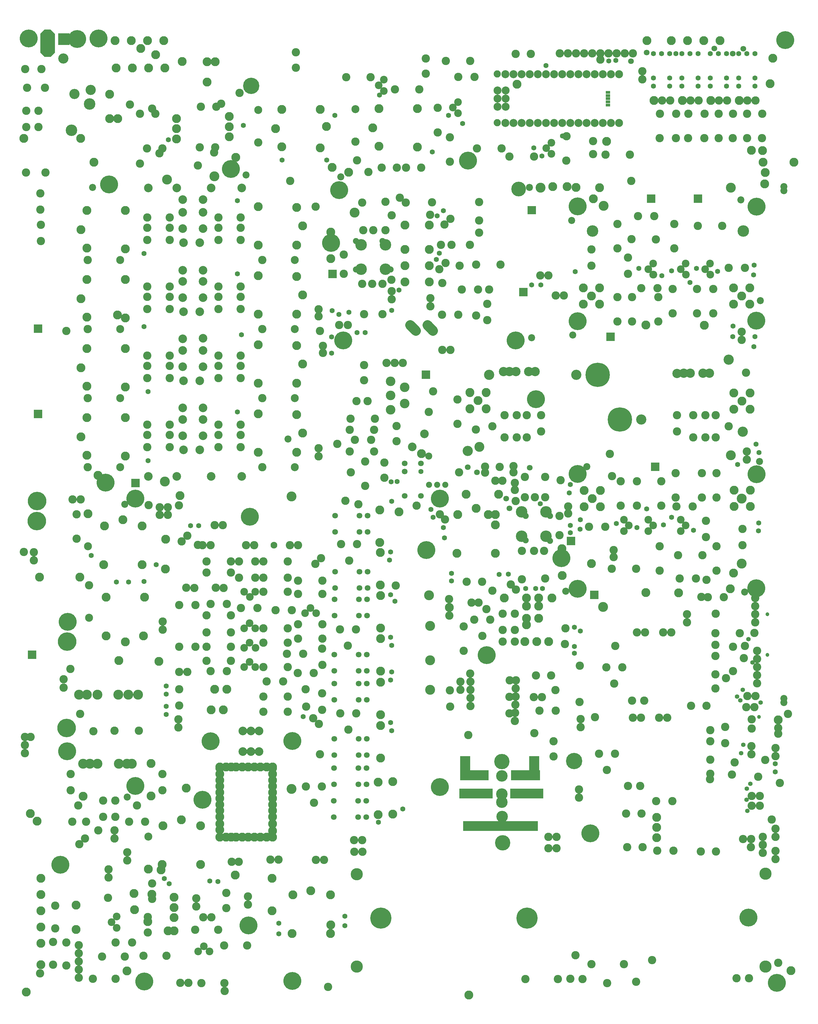
<source format=gbr>
%FSLAX34Y34*%
%MOMM*%
%LNSOLDERMASK_BOTTOM*%
G71*
G01*
%ADD10C,2.600*%
%ADD11C,2.400*%
%ADD12C,2.800*%
%ADD13C,2.600*%
%ADD14C,5.100*%
%ADD15C,1.600*%
%ADD16C,3.600*%
%ADD17C,7.600*%
%ADD18C,3.200*%
%ADD19C,2.900*%
%ADD20C,2.600*%
%ADD21C,2.600*%
%ADD22C,5.600*%
%ADD23C,3.100*%
%ADD24C,2.400*%
%ADD25C,3.100*%
%ADD26C,3.600*%
%ADD27C,2.800*%
%ADD28C,3.000*%
%ADD29C,1.800*%
%ADD30C,1.600*%
%ADD31C,2.700*%
%ADD32C,2.700*%
%ADD33C,2.500*%
%ADD34C,4.600*%
%ADD35C,5.600*%
%ADD36C,2.700*%
%ADD37C,2.800*%
%ADD38C,2.100*%
%ADD39C,3.100*%
%ADD40C,2.800*%
%ADD41C,6.600*%
%ADD42C,3.600*%
%ADD43C,4.800*%
%ADD44C,5.100*%
%ADD45C,3.200*%
%ADD46C,3.100*%
%ADD47C,1.900*%
%ADD48R,1.470X0.835*%
%ADD49C,2.500*%
%ADD50C,2.250*%
%ADD51C,1.800*%
%ADD52C,1.600*%
%ADD53C,1.200*%
%ADD54C,1.400*%
%ADD55C,3.800*%
%ADD56C,2.200*%
%ADD57C,5.800*%
%ADD58C,3.200*%
%ADD59C,2.800*%
%ADD60C,2.200*%
%ADD61C,1.900*%
%LPD*%
X1507673Y1681112D02*
G54D10*
D03*
X1507723Y1757362D02*
G54D10*
D03*
X1426679Y1677712D02*
G54D10*
D03*
X1426792Y1626731D02*
G54D10*
D03*
X1540979Y1652312D02*
G54D10*
D03*
X1541091Y1601332D02*
G54D10*
D03*
X1507689Y1452512D02*
G54D10*
D03*
X1507739Y1528762D02*
G54D10*
D03*
X1628410Y1709126D02*
G54D10*
D03*
X1552160Y1709176D02*
G54D10*
D03*
X1553369Y1528762D02*
G54D10*
D03*
X1553319Y1452512D02*
G54D10*
D03*
X1685472Y1681111D02*
G54D10*
D03*
X1685522Y1757361D02*
G54D10*
D03*
X1582804Y1556596D02*
G54D10*
D03*
X1680369Y1554162D02*
G54D10*
D03*
X1680319Y1477912D02*
G54D10*
D03*
X1756568Y1554162D02*
G54D10*
D03*
X1756518Y1477912D02*
G54D10*
D03*
X1807368Y1554162D02*
G54D10*
D03*
X1807318Y1477912D02*
G54D10*
D03*
X1906840Y1620207D02*
G54D10*
D03*
X1855860Y1620094D02*
G54D10*
D03*
X1835386Y1750930D02*
G54D10*
D03*
X1759136Y1750980D02*
G54D10*
D03*
X1620044Y1633537D02*
G54D11*
D03*
X1604144Y1615962D02*
G54D11*
D03*
X1620078Y1598346D02*
G54D11*
D03*
X1721644Y1633537D02*
G54D11*
D03*
X1705744Y1615962D02*
G54D11*
D03*
X1721678Y1598346D02*
G54D11*
D03*
X1797844Y1633537D02*
G54D11*
D03*
X1781944Y1615962D02*
G54D11*
D03*
X1797878Y1598346D02*
G54D11*
D03*
X1400944Y1557437D02*
G54D12*
D03*
X1451744Y1557437D02*
G54D12*
D03*
X1426344Y1532037D02*
G54D12*
D03*
X1451744Y1506637D02*
G54D12*
D03*
X1400944Y1506637D02*
G54D12*
D03*
X1870844Y1557437D02*
G54D12*
D03*
X1921644Y1557437D02*
G54D12*
D03*
X1896244Y1532037D02*
G54D12*
D03*
X1921644Y1506637D02*
G54D12*
D03*
X1870844Y1506637D02*
G54D12*
D03*
X1572370Y1781746D02*
G54D10*
D03*
X1623350Y1781859D02*
G54D10*
D03*
X1507689Y1452512D02*
G54D13*
D03*
X1553319Y1452512D02*
G54D13*
D03*
X1680319Y1477912D02*
G54D13*
D03*
X1756518Y1477912D02*
G54D13*
D03*
X1507689Y1452512D02*
G54D13*
D03*
X1383268Y1812130D02*
G54D14*
D03*
X1633604Y1556596D02*
G54D10*
D03*
X1635919Y1528762D02*
G54D10*
D03*
X1635869Y1452512D02*
G54D10*
D03*
X1464919Y1813912D02*
G54D10*
D03*
X1376144Y1608137D02*
G54D15*
D03*
X1553319Y1452512D02*
G54D13*
D03*
X1635869Y1452512D02*
G54D13*
D03*
X1680319Y1477912D02*
G54D13*
D03*
X1756518Y1477912D02*
G54D13*
D03*
X1943100Y1811337D02*
G54D14*
D03*
X1383268Y1453356D02*
G54D14*
D03*
X1942464Y1454943D02*
G54D14*
D03*
X1433294Y1735137D02*
G54D15*
D03*
X1430118Y1735138D02*
G54D16*
D03*
X1901843Y1735138D02*
G54D16*
D03*
X1515894Y1145896D02*
G54D17*
D03*
X1446044Y1285596D02*
G54D17*
D03*
X1379369Y1285596D02*
G54D18*
D03*
X1582569Y1145896D02*
G54D18*
D03*
X1170494Y1295696D02*
G54D19*
D03*
X1250494Y1295696D02*
G54D20*
D03*
X1715494Y1290696D02*
G54D20*
D03*
X1795494Y1290696D02*
G54D20*
D03*
X1250494Y1295696D02*
G54D19*
D03*
X1715494Y1290696D02*
G54D19*
D03*
X1795494Y1290696D02*
G54D12*
D03*
X1190494Y1295696D02*
G54D19*
D03*
X1230494Y1295696D02*
G54D19*
D03*
X1735494Y1290696D02*
G54D19*
D03*
X1775494Y1290696D02*
G54D19*
D03*
X1046069Y1179366D02*
G54D12*
D03*
X1046069Y1230166D02*
G54D12*
D03*
X1071469Y1204766D02*
G54D12*
D03*
X1096869Y1230166D02*
G54D12*
D03*
X1096869Y1179366D02*
G54D12*
D03*
X1046069Y1178096D02*
G54D21*
D03*
X1096869Y1178096D02*
G54D13*
D03*
X1871569Y1178096D02*
G54D12*
D03*
X1871569Y1228896D02*
G54D12*
D03*
X1896969Y1203496D02*
G54D12*
D03*
X1922369Y1228896D02*
G54D12*
D03*
X1922369Y1178096D02*
G54D12*
D03*
X1871569Y1178096D02*
G54D21*
D03*
X1922369Y1178096D02*
G54D13*
D03*
X1745026Y1089459D02*
G54D10*
D03*
X1745026Y1159309D02*
G54D10*
D03*
X1814876Y1089459D02*
G54D10*
D03*
X1814876Y1159309D02*
G54D10*
D03*
X1783126Y1159309D02*
G54D10*
D03*
X1783126Y1089459D02*
G54D10*
D03*
X1814877Y1089459D02*
G54D13*
D03*
X1814877Y1159309D02*
G54D13*
D03*
X1154476Y1089459D02*
G54D10*
D03*
X1154476Y1159309D02*
G54D10*
D03*
X1224326Y1089459D02*
G54D10*
D03*
X1224326Y1159310D02*
G54D10*
D03*
X1192576Y1159310D02*
G54D10*
D03*
X1192576Y1089460D02*
G54D10*
D03*
X1224327Y1089459D02*
G54D13*
D03*
X1224327Y1159310D02*
G54D13*
D03*
X1795494Y1290696D02*
G54D19*
D03*
X1268777Y1159309D02*
G54D21*
D03*
X1694227Y1159309D02*
G54D21*
D03*
X1909769Y1292421D02*
G54D21*
D03*
X1065219Y1114622D02*
G54D21*
D03*
X1046069Y1228896D02*
G54D13*
D03*
X1096869Y1228897D02*
G54D13*
D03*
X1871569Y1228896D02*
G54D13*
D03*
X1922369Y1228896D02*
G54D13*
D03*
X1922369Y1178096D02*
G54D13*
D03*
X1383268Y975518D02*
G54D14*
D03*
X1943100Y974725D02*
G54D22*
D03*
X1383268Y616743D02*
G54D22*
D03*
X1942464Y618330D02*
G54D14*
D03*
X1896843Y898525D02*
G54D23*
D03*
X782444Y1615597D02*
G54D24*
D03*
X782444Y1691797D02*
G54D24*
D03*
X706244Y1615597D02*
G54D24*
D03*
X782444Y1615597D02*
G54D24*
D03*
X706244Y1691796D02*
G54D24*
D03*
X706244Y1615596D02*
G54D24*
D03*
X782444Y1691797D02*
G54D24*
D03*
X706244Y1691797D02*
G54D24*
D03*
X782356Y1826820D02*
G54D10*
D03*
X782356Y1737920D02*
G54D10*
D03*
X744256Y1737920D02*
G54D10*
D03*
X712506Y1737920D02*
G54D10*
D03*
X772712Y1475030D02*
G54D10*
D03*
X709213Y1570280D02*
G54D10*
D03*
X740962Y1570280D02*
G54D10*
D03*
X772712Y1570280D02*
G54D10*
D03*
X801195Y1582568D02*
G54D10*
D03*
X709212Y1824280D02*
G54D10*
D03*
X826806Y1839520D02*
G54D10*
D03*
X989234Y1691830D02*
G54D10*
D03*
X1046384Y1691830D02*
G54D10*
D03*
X1075084Y1768030D02*
G54D10*
D03*
X1075084Y1825180D02*
G54D10*
D03*
X1014034Y1626207D02*
G54D10*
D03*
X960082Y1572326D02*
G54D10*
D03*
X1014034Y1626207D02*
G54D13*
D03*
X1141810Y1630258D02*
G54D10*
D03*
X1065560Y1630308D02*
G54D10*
D03*
X1141810Y1630259D02*
G54D13*
D03*
X1020984Y1552130D02*
G54D10*
D03*
X1071784Y1552130D02*
G54D10*
D03*
X1071784Y1552130D02*
G54D10*
D03*
X1100391Y1456024D02*
G54D10*
D03*
X1100279Y1507005D02*
G54D10*
D03*
X1100391Y1456024D02*
G54D10*
D03*
X1075084Y1729930D02*
G54D10*
D03*
X1106834Y1552130D02*
G54D10*
D03*
X956214Y1691830D02*
G54D10*
D03*
X967134Y1755330D02*
G54D10*
D03*
X843438Y1753836D02*
G54D12*
D03*
X919638Y1753836D02*
G54D12*
D03*
X843438Y1677636D02*
G54D12*
D03*
X843438Y1626836D02*
G54D12*
D03*
X843438Y1576036D02*
G54D12*
D03*
X919638Y1677636D02*
G54D12*
D03*
X919638Y1626836D02*
G54D12*
D03*
X919638Y1576036D02*
G54D12*
D03*
X919638Y1753836D02*
G54D10*
D03*
X1065889Y1471032D02*
G54D10*
D03*
X1009669Y1473277D02*
G54D10*
D03*
X1009669Y1473277D02*
G54D10*
D03*
X958869Y1473277D02*
G54D10*
D03*
G54D25*
X930821Y1423787D02*
X913143Y1441465D01*
G54D25*
X876846Y1423787D02*
X859168Y1441465D01*
X611981Y1697831D02*
G54D22*
D03*
X927894Y1824831D02*
G54D21*
D03*
X706244Y1691796D02*
G54D26*
D03*
X706244Y1615597D02*
G54D26*
D03*
X782444Y1615597D02*
G54D26*
D03*
X782444Y1691797D02*
G54D26*
D03*
X1208522Y857395D02*
G54D24*
D03*
X1208522Y781195D02*
G54D24*
D03*
X1284722Y857395D02*
G54D24*
D03*
X1208522Y857395D02*
G54D24*
D03*
X1284722Y781195D02*
G54D24*
D03*
X1284722Y857395D02*
G54D24*
D03*
X1208522Y781195D02*
G54D24*
D03*
X1284722Y781195D02*
G54D24*
D03*
X1208610Y646172D02*
G54D10*
D03*
X1208610Y735072D02*
G54D10*
D03*
X1246710Y735072D02*
G54D10*
D03*
X1278460Y735072D02*
G54D10*
D03*
X1281754Y966212D02*
G54D10*
D03*
X1218254Y966212D02*
G54D10*
D03*
X1281753Y902712D02*
G54D10*
D03*
X1250004Y902712D02*
G54D10*
D03*
X1218254Y902712D02*
G54D10*
D03*
X1189771Y890423D02*
G54D10*
D03*
X1281754Y648712D02*
G54D10*
D03*
X1329772Y956136D02*
G54D21*
D03*
X1284722Y781195D02*
G54D26*
D03*
X1284722Y857395D02*
G54D26*
D03*
X1208522Y857395D02*
G54D26*
D03*
X1208522Y781195D02*
G54D26*
D03*
X1005514Y727814D02*
G54D12*
D03*
X1008688Y848464D02*
G54D12*
D03*
X1126164Y727814D02*
G54D12*
D03*
X1126164Y848464D02*
G54D12*
D03*
X1065839Y867927D02*
G54D12*
D03*
X1008688Y848464D02*
G54D27*
D03*
X1034535Y912046D02*
G54D12*
D03*
X1136135Y912045D02*
G54D12*
D03*
X1223435Y587906D02*
G54D12*
D03*
X1223435Y562506D02*
G54D12*
D03*
X1261535Y562506D02*
G54D12*
D03*
X1261535Y524406D02*
G54D12*
D03*
X1187143Y538624D02*
G54D10*
D03*
X1187256Y487644D02*
G54D10*
D03*
X1187143Y538624D02*
G54D10*
D03*
X1149043Y538624D02*
G54D10*
D03*
X1149154Y487644D02*
G54D10*
D03*
X1149043Y538624D02*
G54D10*
D03*
X1261535Y587906D02*
G54D12*
D03*
X1034535Y912045D02*
G54D12*
D03*
X842493Y1246344D02*
G54D28*
D03*
X842493Y1195544D02*
G54D28*
D03*
X798043Y1220944D02*
G54D28*
D03*
X798043Y1176494D02*
G54D28*
D03*
X798043Y1265394D02*
G54D28*
D03*
X810743Y1322544D02*
G54D10*
D03*
X785343Y1322544D02*
G54D10*
D03*
X836143Y1322544D02*
G54D10*
D03*
X749658Y1147919D02*
G54D10*
D03*
X673408Y1147969D02*
G54D10*
D03*
X670716Y1113659D02*
G54D10*
D03*
X746966Y1113609D02*
G54D10*
D03*
X686650Y1082183D02*
G54D10*
D03*
X737630Y1082295D02*
G54D10*
D03*
X715493Y1316282D02*
G54D10*
D03*
X715493Y1268482D02*
G54D10*
D03*
X719103Y1014658D02*
G54D10*
D03*
X719053Y938408D02*
G54D10*
D03*
X778993Y963594D02*
G54D10*
D03*
X778993Y1011394D02*
G54D10*
D03*
X691549Y1203438D02*
G54D10*
D03*
X726649Y1203438D02*
G54D10*
D03*
X817093Y1077894D02*
G54D10*
D03*
X817093Y1125694D02*
G54D10*
D03*
X670771Y1046012D02*
G54D10*
D03*
X747021Y1045962D02*
G54D10*
D03*
X917968Y1169589D02*
G54D10*
D03*
X778993Y963594D02*
G54D10*
D03*
G36*
X922043Y1298714D02*
X922043Y1272714D01*
X896043Y1272714D01*
X896043Y1298714D01*
X922043Y1298714D01*
G37*
X893293Y1008132D02*
G54D29*
D03*
X893293Y982732D02*
G54D30*
D03*
X842493Y1008132D02*
G54D30*
D03*
X842493Y982732D02*
G54D29*
D03*
X893293Y906532D02*
G54D30*
D03*
X842493Y906532D02*
G54D30*
D03*
X895325Y1038898D02*
G54D12*
D03*
X879630Y876393D02*
G54D21*
D03*
X842493Y1008132D02*
G54D29*
D03*
X893293Y906532D02*
G54D29*
D03*
X842493Y906532D02*
G54D29*
D03*
X107502Y1059445D02*
G54D10*
D03*
X37652Y1059445D02*
G54D10*
D03*
X107502Y1129295D02*
G54D10*
D03*
X37652Y1129295D02*
G54D10*
D03*
X37652Y1097545D02*
G54D10*
D03*
X107502Y1097545D02*
G54D10*
D03*
X150910Y1050674D02*
G54D31*
D03*
X201892Y1050786D02*
G54D31*
D03*
X329752Y1059445D02*
G54D10*
D03*
X259902Y1059445D02*
G54D10*
D03*
X329752Y1129295D02*
G54D10*
D03*
X259902Y1129295D02*
G54D10*
D03*
X259902Y1097545D02*
G54D10*
D03*
X329752Y1097545D02*
G54D10*
D03*
X211975Y1094772D02*
G54D10*
D03*
X211862Y1145752D02*
G54D10*
D03*
X148475Y1094772D02*
G54D10*
D03*
X148362Y1145752D02*
G54D10*
D03*
X329752Y1129295D02*
G54D13*
D03*
X259902Y1129295D02*
G54D13*
D03*
X211862Y1145753D02*
G54D32*
D03*
X148362Y1145753D02*
G54D13*
D03*
X107502Y1129295D02*
G54D13*
D03*
X37652Y1129295D02*
G54D13*
D03*
X148475Y1094772D02*
G54D31*
D03*
X148362Y1145752D02*
G54D31*
D03*
X211862Y1145752D02*
G54D31*
D03*
X211975Y1094772D02*
G54D31*
D03*
X383965Y1163737D02*
G54D12*
D03*
X504615Y1160563D02*
G54D12*
D03*
X383965Y1043087D02*
G54D12*
D03*
X504615Y1043087D02*
G54D12*
D03*
X523428Y1103412D02*
G54D12*
D03*
X397472Y996808D02*
G54D33*
D03*
X499072Y996808D02*
G54D33*
D03*
X504615Y1160563D02*
G54D12*
D03*
X-31030Y1030998D02*
G54D12*
D03*
X-151680Y1034172D02*
G54D12*
D03*
X-31030Y1151649D02*
G54D12*
D03*
X-151680Y1151649D02*
G54D12*
D03*
X-170492Y1091324D02*
G54D12*
D03*
X-151679Y1034172D02*
G54D12*
D03*
X-151680Y1151649D02*
G54D12*
D03*
X-148628Y996808D02*
G54D33*
D03*
X-47028Y996808D02*
G54D33*
D03*
X397472Y996808D02*
G54D10*
D03*
X-148628Y996808D02*
G54D10*
D03*
X107502Y1275345D02*
G54D10*
D03*
X37652Y1275345D02*
G54D10*
D03*
X107502Y1345195D02*
G54D10*
D03*
X37652Y1345195D02*
G54D10*
D03*
X37652Y1313445D02*
G54D10*
D03*
X107502Y1313445D02*
G54D10*
D03*
X150910Y1266574D02*
G54D31*
D03*
X201892Y1266686D02*
G54D31*
D03*
X329752Y1275345D02*
G54D10*
D03*
X259902Y1275345D02*
G54D10*
D03*
X329752Y1345195D02*
G54D10*
D03*
X259902Y1345195D02*
G54D10*
D03*
X259902Y1313445D02*
G54D10*
D03*
X329752Y1313445D02*
G54D10*
D03*
X211975Y1310672D02*
G54D10*
D03*
X211862Y1361652D02*
G54D10*
D03*
X148475Y1310672D02*
G54D10*
D03*
X148362Y1361652D02*
G54D10*
D03*
X329752Y1345195D02*
G54D13*
D03*
X259902Y1345195D02*
G54D13*
D03*
X211862Y1361653D02*
G54D32*
D03*
X148362Y1361653D02*
G54D13*
D03*
X107502Y1345195D02*
G54D13*
D03*
X37652Y1345195D02*
G54D13*
D03*
X148475Y1310672D02*
G54D31*
D03*
X148362Y1361652D02*
G54D31*
D03*
X211862Y1361652D02*
G54D31*
D03*
X211975Y1310672D02*
G54D31*
D03*
X383965Y1379637D02*
G54D12*
D03*
X504615Y1376463D02*
G54D12*
D03*
X383965Y1258987D02*
G54D12*
D03*
X504615Y1258987D02*
G54D12*
D03*
X523428Y1319312D02*
G54D12*
D03*
X397472Y1212708D02*
G54D33*
D03*
X499072Y1212708D02*
G54D33*
D03*
X504615Y1376463D02*
G54D12*
D03*
X-31030Y1246898D02*
G54D12*
D03*
X-151680Y1250072D02*
G54D12*
D03*
X-31030Y1367548D02*
G54D12*
D03*
X-151680Y1367548D02*
G54D12*
D03*
X-170492Y1307224D02*
G54D12*
D03*
X-151679Y1250072D02*
G54D12*
D03*
X-151680Y1367548D02*
G54D12*
D03*
X-148628Y1212708D02*
G54D33*
D03*
X-47028Y1212708D02*
G54D33*
D03*
X397472Y1212708D02*
G54D10*
D03*
X-148628Y1212708D02*
G54D10*
D03*
X107502Y1491245D02*
G54D10*
D03*
X37652Y1491245D02*
G54D10*
D03*
X107502Y1561095D02*
G54D10*
D03*
X37652Y1561095D02*
G54D10*
D03*
X37652Y1529345D02*
G54D10*
D03*
X107502Y1529345D02*
G54D10*
D03*
X150910Y1482474D02*
G54D31*
D03*
X201892Y1482586D02*
G54D31*
D03*
X329752Y1491245D02*
G54D10*
D03*
X259902Y1491245D02*
G54D10*
D03*
X329752Y1561095D02*
G54D10*
D03*
X259902Y1561095D02*
G54D10*
D03*
X259902Y1529345D02*
G54D10*
D03*
X329752Y1529345D02*
G54D10*
D03*
X211975Y1526572D02*
G54D10*
D03*
X211862Y1577552D02*
G54D10*
D03*
X148475Y1526572D02*
G54D10*
D03*
X148362Y1577552D02*
G54D10*
D03*
X329752Y1561095D02*
G54D13*
D03*
X259902Y1561095D02*
G54D13*
D03*
X211862Y1577553D02*
G54D32*
D03*
X148362Y1577553D02*
G54D13*
D03*
X107502Y1561095D02*
G54D13*
D03*
X37652Y1561095D02*
G54D13*
D03*
X148475Y1526572D02*
G54D31*
D03*
X148362Y1577553D02*
G54D31*
D03*
X211862Y1577552D02*
G54D31*
D03*
X211975Y1526572D02*
G54D31*
D03*
X383965Y1595537D02*
G54D12*
D03*
X504615Y1592363D02*
G54D12*
D03*
X383965Y1474887D02*
G54D12*
D03*
X504615Y1474887D02*
G54D12*
D03*
X523428Y1535212D02*
G54D12*
D03*
X397472Y1428607D02*
G54D33*
D03*
X499072Y1428608D02*
G54D33*
D03*
X504615Y1592363D02*
G54D12*
D03*
X-31030Y1462798D02*
G54D12*
D03*
X-151680Y1465972D02*
G54D12*
D03*
X-31030Y1583448D02*
G54D12*
D03*
X-151680Y1583448D02*
G54D12*
D03*
X-170492Y1523124D02*
G54D12*
D03*
X-151679Y1465972D02*
G54D12*
D03*
X-151680Y1583448D02*
G54D12*
D03*
X-148628Y1428607D02*
G54D33*
D03*
X-47028Y1428608D02*
G54D33*
D03*
X397472Y1428608D02*
G54D10*
D03*
X-148628Y1428607D02*
G54D10*
D03*
X107502Y1707145D02*
G54D10*
D03*
X37652Y1707145D02*
G54D10*
D03*
X107502Y1776995D02*
G54D10*
D03*
X37652Y1776995D02*
G54D10*
D03*
X37652Y1745245D02*
G54D10*
D03*
X107502Y1745245D02*
G54D10*
D03*
X150910Y1698374D02*
G54D31*
D03*
X201892Y1698486D02*
G54D31*
D03*
X329752Y1707145D02*
G54D10*
D03*
X259902Y1707145D02*
G54D10*
D03*
X329752Y1776995D02*
G54D10*
D03*
X259902Y1776995D02*
G54D10*
D03*
X259902Y1745245D02*
G54D10*
D03*
X329752Y1745245D02*
G54D10*
D03*
X211975Y1742472D02*
G54D10*
D03*
X211862Y1793452D02*
G54D10*
D03*
X148475Y1742472D02*
G54D10*
D03*
X148362Y1793452D02*
G54D10*
D03*
X329752Y1776995D02*
G54D13*
D03*
X259902Y1776995D02*
G54D13*
D03*
X211862Y1793453D02*
G54D32*
D03*
X148362Y1793453D02*
G54D13*
D03*
X107502Y1776995D02*
G54D13*
D03*
X37652Y1776995D02*
G54D13*
D03*
X148475Y1742472D02*
G54D31*
D03*
X148362Y1793452D02*
G54D31*
D03*
X211862Y1793452D02*
G54D31*
D03*
X211975Y1742472D02*
G54D31*
D03*
X383965Y1811437D02*
G54D12*
D03*
X504615Y1808263D02*
G54D12*
D03*
X383965Y1690787D02*
G54D12*
D03*
X504615Y1690787D02*
G54D12*
D03*
X523428Y1751112D02*
G54D12*
D03*
X397472Y1644508D02*
G54D33*
D03*
X499072Y1644508D02*
G54D33*
D03*
X504615Y1808263D02*
G54D12*
D03*
X-31030Y1678698D02*
G54D12*
D03*
X-151680Y1681872D02*
G54D12*
D03*
X-31030Y1799348D02*
G54D12*
D03*
X-151680Y1799348D02*
G54D12*
D03*
X-170492Y1739024D02*
G54D12*
D03*
X-151679Y1681872D02*
G54D12*
D03*
X-151680Y1799348D02*
G54D12*
D03*
X-148628Y1644507D02*
G54D33*
D03*
X-47028Y1644508D02*
G54D33*
D03*
X397472Y1644508D02*
G54D10*
D03*
X-148628Y1644508D02*
G54D10*
D03*
X332626Y967772D02*
G54D31*
D03*
X332626Y967772D02*
G54D31*
D03*
X237376Y967772D02*
G54D31*
D03*
X237376Y967772D02*
G54D31*
D03*
X129426Y967772D02*
G54D31*
D03*
X129426Y967772D02*
G54D31*
D03*
X40526Y967772D02*
G54D31*
D03*
X40526Y967772D02*
G54D31*
D03*
X332626Y1869472D02*
G54D31*
D03*
X332626Y1869472D02*
G54D31*
D03*
X237376Y1869472D02*
G54D31*
D03*
X237376Y1869472D02*
G54D31*
D03*
X129426Y1869472D02*
G54D31*
D03*
X129426Y1869472D02*
G54D31*
D03*
X40526Y1869472D02*
G54D31*
D03*
X40526Y1869472D02*
G54D31*
D03*
X-216110Y1422942D02*
G54D21*
D03*
X577640Y1422942D02*
G54D21*
D03*
X1189593Y1393030D02*
G54D22*
D03*
X1199117Y1866105D02*
G54D34*
D03*
X649842Y1393030D02*
G54D22*
D03*
X637142Y1862931D02*
G54D22*
D03*
X28789Y590256D02*
G54D12*
D03*
X25615Y469606D02*
G54D12*
D03*
X-91860Y590256D02*
G54D12*
D03*
X-91860Y469606D02*
G54D12*
D03*
X-31536Y450794D02*
G54D12*
D03*
X-99410Y692125D02*
G54D12*
D03*
X-96236Y812775D02*
G54D12*
D03*
X21240Y692125D02*
G54D12*
D03*
X21239Y812775D02*
G54D12*
D03*
X-39086Y832062D02*
G54D12*
D03*
X-144490Y627549D02*
G54D33*
D03*
X-144490Y525949D02*
G54D33*
D03*
X-144490Y627549D02*
G54D10*
D03*
X-148288Y850744D02*
G54D33*
D03*
X-148288Y749144D02*
G54D33*
D03*
X-148288Y850744D02*
G54D10*
D03*
X-148288Y850744D02*
G54D12*
D03*
X25615Y469606D02*
G54D12*
D03*
X21239Y812775D02*
G54D12*
D03*
X-96236Y812775D02*
G54D12*
D03*
X21239Y812775D02*
G54D12*
D03*
X0Y898525D02*
G54D14*
D03*
X952500Y898525D02*
G54D14*
D03*
X0Y0D02*
G54D14*
D03*
X952500Y-3175D02*
G54D22*
D03*
X1036555Y638206D02*
G54D10*
D03*
X1084355Y638205D02*
G54D10*
D03*
X1036555Y638206D02*
G54D10*
D03*
X1945151Y422615D02*
G54D21*
D03*
X1945152Y397215D02*
G54D21*
D03*
X1927688Y208302D02*
G54D21*
D03*
X1927689Y179727D02*
G54D21*
D03*
X1913967Y281365D02*
G54D21*
D03*
X1939367Y281366D02*
G54D21*
D03*
X918533Y596024D02*
G54D23*
D03*
X921708Y500774D02*
G54D23*
D03*
X921708Y392824D02*
G54D23*
D03*
X921708Y300749D02*
G54D23*
D03*
X491139Y140286D02*
G54D35*
D03*
X235438Y140186D02*
G54D35*
D03*
X336164Y172111D02*
G54D36*
D03*
X361538Y171986D02*
G54D36*
D03*
X386982Y172011D02*
G54D36*
D03*
X584244Y238370D02*
G54D10*
D03*
X584069Y289362D02*
G54D10*
D03*
X286314Y302236D02*
G54D37*
D03*
X236914Y238136D02*
G54D37*
D03*
X274914Y238136D02*
G54D37*
D03*
X248214Y302236D02*
G54D37*
D03*
X137038Y251386D02*
G54D10*
D03*
X136914Y302302D02*
G54D10*
D03*
X400564Y279961D02*
G54D10*
D03*
X476814Y279911D02*
G54D10*
D03*
X134464Y183261D02*
G54D10*
D03*
X134464Y208761D02*
G54D10*
D03*
X400564Y232336D02*
G54D10*
D03*
X476813Y232286D02*
G54D10*
D03*
X375164Y651436D02*
G54D10*
D03*
X324247Y651311D02*
G54D10*
D03*
X340238Y606986D02*
G54D11*
D03*
X357814Y591086D02*
G54D11*
D03*
X375430Y607021D02*
G54D11*
D03*
X346588Y753036D02*
G54D10*
D03*
X372014Y753086D02*
G54D10*
D03*
X400564Y606986D02*
G54D10*
D03*
X476738Y606986D02*
G54D10*
D03*
X222764Y667311D02*
G54D10*
D03*
X299014Y667261D02*
G54D10*
D03*
X381514Y556186D02*
G54D10*
D03*
X330597Y556061D02*
G54D10*
D03*
X375164Y492686D02*
G54D11*
D03*
X357564Y508586D02*
G54D11*
D03*
X339972Y492652D02*
G54D11*
D03*
X375538Y432286D02*
G54D11*
D03*
X357564Y448261D02*
G54D11*
D03*
X339972Y432326D02*
G54D11*
D03*
X400564Y492686D02*
G54D10*
D03*
X476738Y492686D02*
G54D10*
D03*
X375163Y371986D02*
G54D11*
D03*
X357564Y387936D02*
G54D11*
D03*
X339972Y372001D02*
G54D11*
D03*
X222764Y435536D02*
G54D10*
D03*
X299014Y435486D02*
G54D10*
D03*
X222972Y391357D02*
G54D10*
D03*
X299222Y391307D02*
G54D10*
D03*
X400564Y372036D02*
G54D10*
D03*
X476838Y371986D02*
G54D10*
D03*
X461884Y327246D02*
G54D10*
D03*
X410968Y327121D02*
G54D10*
D03*
X400564Y448236D02*
G54D10*
D03*
X476814Y448186D02*
G54D10*
D03*
X557839Y353386D02*
G54D21*
D03*
X532855Y302454D02*
G54D21*
D03*
X507956Y353500D02*
G54D21*
D03*
X565664Y540311D02*
G54D11*
D03*
X547863Y556111D02*
G54D11*
D03*
X530473Y540276D02*
G54D11*
D03*
X210064Y753036D02*
G54D10*
D03*
X235638Y752986D02*
G54D10*
D03*
X508514Y641911D02*
G54D10*
D03*
X584764Y641861D02*
G54D10*
D03*
X508514Y600636D02*
G54D10*
D03*
X584764Y600586D02*
G54D10*
D03*
X489464Y549836D02*
G54D10*
D03*
X438547Y549711D02*
G54D10*
D03*
X508514Y505386D02*
G54D10*
D03*
X584764Y505336D02*
G54D10*
D03*
X584664Y378361D02*
G54D10*
D03*
X584551Y429342D02*
G54D10*
D03*
X584713Y460936D02*
G54D10*
D03*
X508438Y460986D02*
G54D10*
D03*
X159314Y619711D02*
G54D10*
D03*
X184176Y619398D02*
G54D10*
D03*
X187838Y435536D02*
G54D10*
D03*
X136864Y435386D02*
G54D10*
D03*
X222764Y479986D02*
G54D10*
D03*
X299014Y479936D02*
G54D10*
D03*
X286264Y359336D02*
G54D10*
D03*
X235288Y359186D02*
G54D10*
D03*
X162864Y356186D02*
G54D10*
D03*
X137564Y356486D02*
G54D10*
D03*
X187838Y565711D02*
G54D10*
D03*
X136864Y565611D02*
G54D10*
D03*
X508514Y753036D02*
G54D10*
D03*
X483038Y753036D02*
G54D10*
D03*
X222764Y533961D02*
G54D10*
D03*
X299014Y533911D02*
G54D10*
D03*
X286238Y568911D02*
G54D10*
D03*
X235338Y568711D02*
G54D10*
D03*
X251338Y619686D02*
G54D10*
D03*
X276238Y619386D02*
G54D10*
D03*
X400564Y651436D02*
G54D10*
D03*
X476738Y651436D02*
G54D10*
D03*
X400564Y702236D02*
G54D10*
D03*
X476738Y702286D02*
G54D10*
D03*
X222738Y702286D02*
G54D10*
D03*
X298939Y702286D02*
G54D10*
D03*
X375164Y702236D02*
G54D10*
D03*
X324247Y702111D02*
G54D10*
D03*
X433788Y753036D02*
G54D38*
D03*
X473864Y413622D02*
G54D10*
D03*
X524844Y413734D02*
G54D10*
D03*
X533963Y248161D02*
G54D10*
D03*
X387038Y107686D02*
G54D36*
D03*
X361738Y107886D02*
G54D36*
D03*
X336251Y107818D02*
G54D36*
D03*
X724288Y96375D02*
G54D30*
D03*
X698888Y96375D02*
G54D30*
D03*
X724288Y147175D02*
G54D30*
D03*
X698888Y147175D02*
G54D30*
D03*
X622688Y96375D02*
G54D29*
D03*
X622688Y147175D02*
G54D30*
D03*
X766897Y87492D02*
G54D12*
D03*
X766897Y189092D02*
G54D12*
D03*
X805090Y13382D02*
G54D12*
D03*
X724288Y269810D02*
G54D30*
D03*
X698888Y269810D02*
G54D30*
D03*
X724288Y320610D02*
G54D30*
D03*
X698888Y320610D02*
G54D30*
D03*
X622688Y269810D02*
G54D30*
D03*
X622688Y320610D02*
G54D30*
D03*
X691188Y227180D02*
G54D21*
D03*
X666205Y176248D02*
G54D21*
D03*
X641306Y227294D02*
G54D21*
D03*
X726670Y619060D02*
G54D30*
D03*
X701270Y619060D02*
G54D30*
D03*
X726670Y669860D02*
G54D30*
D03*
X701270Y669860D02*
G54D30*
D03*
X625070Y619060D02*
G54D30*
D03*
X625070Y669860D02*
G54D30*
D03*
X726670Y794478D02*
G54D30*
D03*
X701270Y794478D02*
G54D30*
D03*
X726670Y845278D02*
G54D30*
D03*
X701270Y845278D02*
G54D30*
D03*
X625070Y794478D02*
G54D30*
D03*
X625070Y845278D02*
G54D30*
D03*
X693570Y755817D02*
G54D21*
D03*
X668586Y704885D02*
G54D21*
D03*
X643687Y755932D02*
G54D21*
D03*
X689601Y489514D02*
G54D21*
D03*
X664618Y438582D02*
G54D21*
D03*
X639718Y489628D02*
G54D21*
D03*
X725082Y532541D02*
G54D30*
D03*
X699682Y532541D02*
G54D30*
D03*
X725082Y583341D02*
G54D30*
D03*
X699682Y583341D02*
G54D30*
D03*
X623482Y532541D02*
G54D30*
D03*
X623482Y583341D02*
G54D30*
D03*
X723495Y360297D02*
G54D30*
D03*
X698095Y360297D02*
G54D30*
D03*
X723495Y411097D02*
G54D30*
D03*
X698095Y411097D02*
G54D30*
D03*
X621895Y360297D02*
G54D30*
D03*
X621895Y411097D02*
G54D30*
D03*
X766897Y222826D02*
G54D12*
D03*
X766897Y324426D02*
G54D12*
D03*
X767294Y358954D02*
G54D12*
D03*
X767294Y460554D02*
G54D12*
D03*
X767294Y493495D02*
G54D12*
D03*
X767294Y595094D02*
G54D12*
D03*
X766104Y628036D02*
G54D12*
D03*
X766104Y729635D02*
G54D12*
D03*
X764516Y761386D02*
G54D12*
D03*
X764516Y862985D02*
G54D12*
D03*
X814789Y626830D02*
G54D21*
D03*
X577458Y98986D02*
G54D21*
D03*
X622688Y147175D02*
G54D29*
D03*
X698888Y96375D02*
G54D29*
D03*
X724288Y96375D02*
G54D29*
D03*
X698888Y147175D02*
G54D29*
D03*
X724288Y147175D02*
G54D29*
D03*
X622688Y269810D02*
G54D29*
D03*
X622688Y320610D02*
G54D29*
D03*
X698888Y269810D02*
G54D29*
D03*
X724288Y269810D02*
G54D29*
D03*
X724288Y320610D02*
G54D29*
D03*
X698889Y320609D02*
G54D29*
D03*
X698095Y360297D02*
G54D29*
D03*
X723495Y360297D02*
G54D29*
D03*
X723495Y411097D02*
G54D29*
D03*
X698095Y411097D02*
G54D29*
D03*
X621895Y360297D02*
G54D29*
D03*
X621895Y411097D02*
G54D29*
D03*
X623482Y532541D02*
G54D29*
D03*
X699682Y532541D02*
G54D29*
D03*
X623482Y583341D02*
G54D29*
D03*
X699682Y583341D02*
G54D29*
D03*
X725082Y583341D02*
G54D29*
D03*
X725082Y532541D02*
G54D29*
D03*
X625070Y619060D02*
G54D29*
D03*
X625070Y669860D02*
G54D29*
D03*
X701270Y619060D02*
G54D29*
D03*
X726670Y619060D02*
G54D29*
D03*
X726670Y669860D02*
G54D29*
D03*
X701270Y669860D02*
G54D29*
D03*
X625070Y794478D02*
G54D29*
D03*
X625070Y845278D02*
G54D29*
D03*
X701270Y794478D02*
G54D29*
D03*
X726670Y794478D02*
G54D29*
D03*
X726670Y845278D02*
G54D29*
D03*
X701270Y845278D02*
G54D29*
D03*
X689601Y489514D02*
G54D21*
D03*
X693570Y755817D02*
G54D21*
D03*
X722304Y-97298D02*
G54D30*
D03*
X696904Y-97298D02*
G54D30*
D03*
X722304Y-46498D02*
G54D30*
D03*
X696904Y-46498D02*
G54D30*
D03*
X620704Y-97298D02*
G54D29*
D03*
X620704Y-46498D02*
G54D30*
D03*
X620704Y-46498D02*
G54D29*
D03*
X696904Y-97298D02*
G54D29*
D03*
X722304Y-97298D02*
G54D29*
D03*
X696904Y-46498D02*
G54D29*
D03*
X722304Y-46498D02*
G54D29*
D03*
X583635Y-1420D02*
G54D21*
D03*
X558652Y-52352D02*
G54D21*
D03*
X533753Y-1306D02*
G54D21*
D03*
X759052Y12192D02*
G54D12*
D03*
X759052Y-89408D02*
G54D12*
D03*
X805090Y13382D02*
G54D12*
D03*
X805090Y-88218D02*
G54D12*
D03*
X723098Y5096D02*
G54D30*
D03*
X697698Y5096D02*
G54D30*
D03*
X723098Y55896D02*
G54D30*
D03*
X697698Y55896D02*
G54D30*
D03*
X621498Y5096D02*
G54D29*
D03*
X621497Y55896D02*
G54D30*
D03*
X621497Y55896D02*
G54D29*
D03*
X697698Y5096D02*
G54D29*
D03*
X723098Y5096D02*
G54D29*
D03*
X697697Y55896D02*
G54D29*
D03*
X723098Y55896D02*
G54D29*
D03*
X488598Y905018D02*
G54D39*
D03*
X488598Y-9382D02*
G54D23*
D03*
X429583Y-58026D02*
G54D40*
D03*
X429583Y-38976D02*
G54D40*
D03*
X429583Y-19926D02*
G54D40*
D03*
X429583Y-876D02*
G54D40*
D03*
X429583Y18174D02*
G54D40*
D03*
X429583Y37224D02*
G54D40*
D03*
X429583Y56274D02*
G54D40*
D03*
X429583Y-77076D02*
G54D40*
D03*
X429583Y-96126D02*
G54D40*
D03*
X429583Y-118351D02*
G54D40*
D03*
X94898Y771668D02*
G54D12*
D03*
X824514Y857225D02*
G54D12*
D03*
X715563Y1475030D02*
G54D10*
D03*
X1345542Y492976D02*
G54D10*
D03*
X1938802Y562315D02*
G54D21*
D03*
X1938802Y536915D02*
G54D21*
D03*
X1938802Y511515D02*
G54D21*
D03*
X1267646Y1870446D02*
G54D23*
D03*
X1863011Y1870277D02*
G54D23*
D03*
X1863010Y1033664D02*
G54D12*
D03*
X1451796Y1870446D02*
G54D12*
D03*
X1350196Y1873621D02*
G54D12*
D03*
X1305746Y1873621D02*
G54D12*
D03*
X-183356Y849312D02*
G54D10*
D03*
X-183406Y773062D02*
G54D10*
D03*
X-183406Y773062D02*
G54D13*
D03*
X-183406Y773062D02*
G54D13*
D03*
X-196291Y895740D02*
G54D10*
D03*
X-170816Y895741D02*
G54D10*
D03*
X664880Y1441058D02*
G54D10*
D03*
X637893Y1441058D02*
G54D10*
D03*
X801406Y1547420D02*
G54D10*
D03*
X801406Y1522020D02*
G54D10*
D03*
X801406Y1487095D02*
G54D15*
D03*
X636306Y1474395D02*
G54D15*
D03*
X1896780Y1420420D02*
G54D10*
D03*
X1896780Y1395020D02*
G54D10*
D03*
X1869678Y1438116D02*
G54D15*
D03*
X1912656Y1045770D02*
G54D10*
D03*
X1912656Y1020370D02*
G54D10*
D03*
X1941294Y1068387D02*
G54D15*
D03*
X1353856Y874320D02*
G54D10*
D03*
X1353856Y852095D02*
G54D10*
D03*
X1357094Y915987D02*
G54D15*
D03*
X1360268Y814387D02*
G54D15*
D03*
X968455Y833513D02*
G54D10*
D03*
X952739Y849229D02*
G54D10*
D03*
X963394Y808037D02*
G54D15*
D03*
X931644Y839787D02*
G54D15*
D03*
X1190263Y614050D02*
G54D10*
D03*
X1174548Y629765D02*
G54D10*
D03*
X1166594Y661987D02*
G54D15*
D03*
X1220568Y617537D02*
G54D15*
D03*
X668056Y1480745D02*
G54D15*
D03*
X1868206Y1404545D02*
G54D15*
D03*
X1938056Y1404545D02*
G54D15*
D03*
X1934944Y1373187D02*
G54D15*
D03*
X1950756Y1042595D02*
G54D15*
D03*
X1884144Y1004887D02*
G54D15*
D03*
X693456Y1417245D02*
G54D15*
D03*
X718856Y1417245D02*
G54D15*
D03*
X1360206Y942582D02*
G54D15*
D03*
X1360206Y791770D02*
G54D15*
D03*
X1137956Y661595D02*
G54D15*
D03*
X1252256Y617145D02*
G54D15*
D03*
X924437Y864795D02*
G54D15*
D03*
X966506Y775895D02*
G54D15*
D03*
X1272956Y617537D02*
G54D15*
D03*
X-53710Y285429D02*
G54D23*
D03*
X-118797Y285429D02*
G54D23*
D03*
X-51328Y69529D02*
G54D23*
D03*
X-118400Y69529D02*
G54D23*
D03*
X-22356Y285429D02*
G54D23*
D03*
X-151738Y285429D02*
G54D23*
D03*
X-10847Y69529D02*
G54D23*
D03*
X-163247Y69529D02*
G54D23*
D03*
X-64969Y172726D02*
G54D10*
D03*
X11281Y172676D02*
G54D10*
D03*
X-172679Y225081D02*
G54D10*
D03*
X-131497Y171129D02*
G54D10*
D03*
X48857Y70362D02*
G54D12*
D03*
X48857Y-31237D02*
G54D12*
D03*
X-163247Y69529D02*
G54D12*
D03*
X-163247Y-32071D02*
G54D12*
D03*
X84763Y37312D02*
G54D10*
D03*
X84875Y-13669D02*
G54D10*
D03*
X-202574Y37312D02*
G54D10*
D03*
X-202462Y-13669D02*
G54D10*
D03*
X-178857Y-60914D02*
G54D21*
D03*
X-153958Y-111960D02*
G54D21*
D03*
X-19691Y-111846D02*
G54D21*
D03*
X5293Y-60914D02*
G54D21*
D03*
X30192Y-111960D02*
G54D21*
D03*
X-62874Y-45239D02*
G54D10*
D03*
X-62762Y-96220D02*
G54D10*
D03*
X-100974Y-45239D02*
G54D10*
D03*
X-100862Y-96220D02*
G54D10*
D03*
X-64919Y-138474D02*
G54D10*
D03*
X-115719Y-138474D02*
G54D10*
D03*
X-175947Y285429D02*
G54D23*
D03*
X8203Y285429D02*
G54D23*
D03*
X-197491Y-111846D02*
G54D21*
D03*
X134464Y208761D02*
G54D10*
D03*
X-224311Y307880D02*
G54D10*
D03*
X-224312Y333380D02*
G54D10*
D03*
X767998Y-412607D02*
G54D12*
D03*
X1225198Y-412607D02*
G54D41*
D03*
X578272Y1994824D02*
G54D12*
D03*
X457622Y1997998D02*
G54D12*
D03*
X578272Y2115474D02*
G54D12*
D03*
X457622Y2115474D02*
G54D12*
D03*
X438810Y2055150D02*
G54D12*
D03*
X457622Y1997998D02*
G54D12*
D03*
X384194Y2011756D02*
G54D33*
D03*
X384194Y2113356D02*
G54D33*
D03*
X384194Y2011756D02*
G54D10*
D03*
X457622Y1997998D02*
G54D12*
D03*
X882298Y1997218D02*
G54D12*
D03*
X761648Y2000392D02*
G54D12*
D03*
X882298Y2117868D02*
G54D12*
D03*
X761648Y2117868D02*
G54D12*
D03*
X742836Y2057543D02*
G54D12*
D03*
X761648Y2000392D02*
G54D12*
D03*
X688220Y2014150D02*
G54D33*
D03*
X688220Y2115750D02*
G54D33*
D03*
X688220Y2014150D02*
G54D10*
D03*
X761648Y2000392D02*
G54D12*
D03*
X-129354Y1949821D02*
G54D12*
D03*
X-200006Y2049856D02*
G54D42*
D03*
X299020Y1929053D02*
G54D22*
D03*
X-81980Y1880634D02*
G54D22*
D03*
X-93092Y948772D02*
G54D14*
D03*
X92307Y951815D02*
G54D39*
D03*
X98831Y1895810D02*
G54D39*
D03*
X247629Y1905716D02*
G54D39*
D03*
X83581Y-244962D02*
G54D12*
D03*
X86755Y-124312D02*
G54D12*
D03*
X204231Y-244962D02*
G54D12*
D03*
X204231Y-124312D02*
G54D12*
D03*
X143906Y-105500D02*
G54D12*
D03*
X86754Y-124312D02*
G54D12*
D03*
X204231Y-124312D02*
G54D12*
D03*
X40394Y-259543D02*
G54D33*
D03*
X40394Y-157944D02*
G54D33*
D03*
X1398272Y-603826D02*
G54D10*
D03*
X1321972Y-603827D02*
G54D10*
D03*
X1360172Y-603032D02*
G54D10*
D03*
X767998Y-412607D02*
G54D41*
D03*
X1880772Y-601048D02*
G54D10*
D03*
X1918972Y-601047D02*
G54D10*
D03*
X1007593Y1132044D02*
G54D10*
D03*
X951030Y1615701D02*
G54D10*
D03*
X970648Y1635320D02*
G54D10*
D03*
X1007593Y1208244D02*
G54D10*
D03*
X931393Y1233644D02*
G54D10*
D03*
X631428Y1069816D02*
G54D10*
D03*
X656828Y892016D02*
G54D10*
D03*
X96556Y223445D02*
G54D15*
D03*
X96556Y248845D02*
G54D15*
D03*
X144580Y764801D02*
G54D10*
D03*
X162611Y782832D02*
G54D10*
D03*
X172756Y813995D02*
G54D15*
D03*
X198156Y813995D02*
G54D15*
D03*
X489981Y-460862D02*
G54D12*
D03*
X493155Y-340212D02*
G54D12*
D03*
X610631Y-460862D02*
G54D12*
D03*
X610631Y-340212D02*
G54D12*
D03*
X493154Y-340212D02*
G54D12*
D03*
X610631Y-340212D02*
G54D12*
D03*
X427421Y-389999D02*
G54D33*
D03*
X427421Y-288399D02*
G54D33*
D03*
X190210Y-351483D02*
G54D10*
D03*
X190210Y-376983D02*
G54D10*
D03*
X1145968Y76734D02*
G54D43*
D03*
G36*
X1048517Y49152D02*
X1104517Y49152D01*
X1104517Y18152D01*
X1048517Y18152D01*
X1048517Y49152D01*
G37*
G36*
X1210043Y49152D02*
X1266043Y49152D01*
X1266043Y18152D01*
X1210043Y18152D01*
X1210043Y49152D01*
G37*
G36*
X1061608Y-7998D02*
X1117608Y-7998D01*
X1117608Y-38998D01*
X1061608Y-38998D01*
X1061608Y-7998D01*
G37*
G36*
X1172341Y-7997D02*
X1228341Y-7997D01*
X1228341Y-38997D01*
X1172341Y-38997D01*
X1172341Y-7997D01*
G37*
G36*
X1075902Y-109598D02*
X1131902Y-109598D01*
X1131902Y-140598D01*
X1075902Y-140598D01*
X1075902Y-109598D01*
G37*
G36*
X1156463Y-109597D02*
X1212463Y-109597D01*
X1212463Y-140597D01*
X1156463Y-140597D01*
X1156463Y-109597D01*
G37*
G36*
X1117968Y-109598D02*
X1173968Y-109598D01*
X1173968Y-140598D01*
X1117968Y-140598D01*
X1117968Y-109598D01*
G37*
X1149143Y-177266D02*
G54D43*
D03*
X-333772Y2336800D02*
G54D22*
D03*
X361950Y2189162D02*
G54D44*
D03*
X1423194Y-148432D02*
G54D22*
D03*
X-234950Y-246063D02*
G54D22*
D03*
X293699Y2092702D02*
G54D12*
D03*
X293699Y2060952D02*
G54D12*
D03*
X293699Y2029202D02*
G54D12*
D03*
X201849Y1996597D02*
G54D10*
D03*
X249649Y1996597D02*
G54D10*
D03*
X205024Y2123596D02*
G54D10*
D03*
X252824Y2123597D02*
G54D10*
D03*
X128599Y2086352D02*
G54D12*
D03*
X128599Y2054602D02*
G54D12*
D03*
X128599Y2022852D02*
G54D12*
D03*
X36749Y1993422D02*
G54D10*
D03*
X84549Y1993422D02*
G54D10*
D03*
X14524Y2101372D02*
G54D10*
D03*
X62324Y2101372D02*
G54D10*
D03*
X121447Y-411638D02*
G54D12*
D03*
X121447Y-379888D02*
G54D12*
D03*
X121448Y-348138D02*
G54D12*
D03*
X52210Y-304850D02*
G54D10*
D03*
X52210Y-352650D02*
G54D10*
D03*
X40394Y-259543D02*
G54D12*
D03*
X427421Y-389999D02*
G54D12*
D03*
X950694Y1665287D02*
G54D15*
D03*
X941106Y1645845D02*
G54D15*
D03*
X967134Y1755330D02*
G54D10*
D03*
X985165Y1773362D02*
G54D10*
D03*
X963394Y1798637D02*
G54D15*
D03*
X944281Y1782370D02*
G54D15*
D03*
X-83818Y-260345D02*
G54D10*
D03*
X-142856Y2132406D02*
G54D42*
D03*
X-60440Y2244868D02*
G54D12*
D03*
X-9640Y2244868D02*
G54D12*
D03*
X41160Y2244868D02*
G54D12*
D03*
X91960Y2244868D02*
G54D12*
D03*
X-225540Y2274633D02*
G54D45*
D03*
X211862Y1577552D02*
G54D31*
D03*
X148362Y1361652D02*
G54D31*
D03*
X211862Y1361653D02*
G54D31*
D03*
X148362Y1145752D02*
G54D31*
D03*
X211862Y1145752D02*
G54D31*
D03*
X824425Y1550595D02*
G54D15*
D03*
X1818059Y749349D02*
G54D10*
D03*
X1818009Y673098D02*
G54D10*
D03*
X1899052Y752749D02*
G54D10*
D03*
X1898940Y803730D02*
G54D10*
D03*
X1784753Y778149D02*
G54D10*
D03*
X1784640Y829130D02*
G54D10*
D03*
X1818043Y977949D02*
G54D10*
D03*
X1817993Y901698D02*
G54D10*
D03*
X1697322Y721335D02*
G54D10*
D03*
X1773572Y721285D02*
G54D10*
D03*
X1772363Y901698D02*
G54D10*
D03*
X1772413Y977949D02*
G54D10*
D03*
X1640260Y749350D02*
G54D10*
D03*
X1640210Y673100D02*
G54D10*
D03*
X1742928Y873865D02*
G54D10*
D03*
X1645363Y876298D02*
G54D10*
D03*
X1645413Y952549D02*
G54D10*
D03*
X1569163Y876298D02*
G54D10*
D03*
X1569213Y952549D02*
G54D10*
D03*
X1518363Y876298D02*
G54D10*
D03*
X1518413Y952549D02*
G54D10*
D03*
X1418892Y810254D02*
G54D10*
D03*
X1469872Y810367D02*
G54D10*
D03*
X1490346Y679530D02*
G54D10*
D03*
X1566596Y679481D02*
G54D10*
D03*
X1705688Y796924D02*
G54D11*
D03*
X1721588Y814499D02*
G54D11*
D03*
X1705654Y832114D02*
G54D11*
D03*
X1604088Y796924D02*
G54D11*
D03*
X1619988Y814498D02*
G54D11*
D03*
X1604053Y832114D02*
G54D11*
D03*
X1527888Y796924D02*
G54D11*
D03*
X1543788Y814499D02*
G54D11*
D03*
X1527853Y832115D02*
G54D11*
D03*
X1923200Y873818D02*
G54D12*
D03*
X1872400Y873818D02*
G54D12*
D03*
X1897800Y899218D02*
G54D12*
D03*
X1872400Y924618D02*
G54D12*
D03*
X1923200Y924618D02*
G54D12*
D03*
X1454888Y873024D02*
G54D12*
D03*
X1404088Y873024D02*
G54D12*
D03*
X1429488Y898424D02*
G54D12*
D03*
X1404088Y923824D02*
G54D12*
D03*
X1454888Y923824D02*
G54D12*
D03*
X1753362Y648714D02*
G54D10*
D03*
X1702382Y648602D02*
G54D10*
D03*
X1818043Y977949D02*
G54D13*
D03*
X1772413Y977949D02*
G54D13*
D03*
X1645413Y952549D02*
G54D13*
D03*
X1569213Y952549D02*
G54D13*
D03*
X1818043Y977949D02*
G54D13*
D03*
X1942464Y618330D02*
G54D14*
D03*
X1692128Y873865D02*
G54D10*
D03*
X1689813Y901699D02*
G54D10*
D03*
X1689863Y977949D02*
G54D10*
D03*
X1949588Y822324D02*
G54D15*
D03*
X1772413Y977949D02*
G54D13*
D03*
X1689863Y977949D02*
G54D13*
D03*
X1645413Y952549D02*
G54D13*
D03*
X1569213Y952549D02*
G54D13*
D03*
X1383267Y975518D02*
G54D14*
D03*
X1863010Y1033665D02*
G54D46*
D03*
X1391988Y832724D02*
G54D15*
D03*
X1896244Y695425D02*
G54D46*
D03*
X1426344Y695425D02*
G54D37*
D03*
X1462722Y560184D02*
G54D46*
D03*
X1507672Y1681112D02*
G54D10*
D03*
X1507722Y1757362D02*
G54D10*
D03*
X1426679Y1677712D02*
G54D10*
D03*
X1426791Y1626732D02*
G54D10*
D03*
X1540978Y1652312D02*
G54D10*
D03*
X1541090Y1601332D02*
G54D10*
D03*
X1507688Y1452513D02*
G54D10*
D03*
X1507738Y1528763D02*
G54D10*
D03*
X1628409Y1709126D02*
G54D10*
D03*
X1552159Y1709176D02*
G54D10*
D03*
X1553368Y1528762D02*
G54D10*
D03*
X1553318Y1452513D02*
G54D10*
D03*
X1685472Y1681112D02*
G54D10*
D03*
X1685521Y1757362D02*
G54D10*
D03*
X1582803Y1556596D02*
G54D10*
D03*
X1680368Y1554163D02*
G54D10*
D03*
X1680318Y1477913D02*
G54D10*
D03*
X1756568Y1554162D02*
G54D10*
D03*
X1756518Y1477912D02*
G54D10*
D03*
X1807368Y1554162D02*
G54D10*
D03*
X1807318Y1477912D02*
G54D10*
D03*
X1906840Y1620207D02*
G54D10*
D03*
X1855859Y1620094D02*
G54D10*
D03*
X1835384Y1750930D02*
G54D10*
D03*
X1759135Y1750980D02*
G54D10*
D03*
X1620043Y1633538D02*
G54D11*
D03*
X1604143Y1615963D02*
G54D11*
D03*
X1620077Y1598347D02*
G54D11*
D03*
X1721643Y1633538D02*
G54D11*
D03*
X1705743Y1615962D02*
G54D11*
D03*
X1721678Y1598347D02*
G54D11*
D03*
X1797843Y1633538D02*
G54D11*
D03*
X1781943Y1615962D02*
G54D11*
D03*
X1797878Y1598347D02*
G54D11*
D03*
X1400943Y1557438D02*
G54D12*
D03*
X1451743Y1557438D02*
G54D12*
D03*
X1426343Y1532038D02*
G54D12*
D03*
X1451743Y1506638D02*
G54D12*
D03*
X1400943Y1506638D02*
G54D12*
D03*
X1870843Y1557438D02*
G54D12*
D03*
X1921643Y1557438D02*
G54D12*
D03*
X1896242Y1532038D02*
G54D12*
D03*
X1921642Y1506638D02*
G54D12*
D03*
X1870843Y1506638D02*
G54D12*
D03*
X1572369Y1781747D02*
G54D10*
D03*
X1623349Y1781860D02*
G54D10*
D03*
X1507688Y1452513D02*
G54D13*
D03*
X1553318Y1452513D02*
G54D13*
D03*
X1680318Y1477913D02*
G54D13*
D03*
X1756518Y1477912D02*
G54D13*
D03*
X1507688Y1452513D02*
G54D13*
D03*
X1383267Y1812131D02*
G54D14*
D03*
X1633603Y1556596D02*
G54D10*
D03*
X1635918Y1528763D02*
G54D10*
D03*
X1635868Y1452513D02*
G54D10*
D03*
X1464918Y1813913D02*
G54D23*
D03*
X1376143Y1608138D02*
G54D15*
D03*
X1553318Y1452513D02*
G54D13*
D03*
X1635868Y1452513D02*
G54D13*
D03*
X1680318Y1477913D02*
G54D13*
D03*
X1756518Y1477912D02*
G54D13*
D03*
X1943099Y1811338D02*
G54D14*
D03*
X1383267Y1453356D02*
G54D22*
D03*
X1942464Y1454944D02*
G54D14*
D03*
X1933743Y1597738D02*
G54D15*
D03*
X918693Y941544D02*
G54D47*
D03*
X944093Y941544D02*
G54D47*
D03*
X1871033Y665874D02*
G54D12*
D03*
X299408Y-159626D02*
G54D40*
D03*
X429583Y-140576D02*
G54D40*
D03*
X429583Y-159626D02*
G54D40*
D03*
X334333Y-159626D02*
G54D40*
D03*
X353383Y-159626D02*
G54D40*
D03*
X372433Y-159626D02*
G54D40*
D03*
X391483Y-159626D02*
G54D40*
D03*
X410533Y-159626D02*
G54D40*
D03*
X315283Y-159626D02*
G54D40*
D03*
X429583Y-159626D02*
G54D40*
D03*
X264483Y-137401D02*
G54D40*
D03*
X264483Y-118351D02*
G54D40*
D03*
X264483Y-159626D02*
G54D40*
D03*
X264483Y18174D02*
G54D12*
D03*
X264483Y37224D02*
G54D40*
D03*
X264483Y56274D02*
G54D40*
D03*
X264483Y-38976D02*
G54D40*
D03*
X264483Y-19926D02*
G54D40*
D03*
X264483Y-876D02*
G54D40*
D03*
X264483Y18174D02*
G54D40*
D03*
X264483Y-96126D02*
G54D40*
D03*
X264483Y-77076D02*
G54D40*
D03*
X264483Y-58026D02*
G54D40*
D03*
X264483Y-38976D02*
G54D40*
D03*
X283533Y-159626D02*
G54D40*
D03*
X76098Y871300D02*
G54D10*
D03*
X76098Y847784D02*
G54D10*
D03*
X101498Y871300D02*
G54D10*
D03*
X101498Y847784D02*
G54D10*
D03*
X-202962Y365988D02*
G54D10*
D03*
X1970326Y81032D02*
G54D21*
D03*
X-58271Y-408256D02*
G54D11*
D03*
X-74170Y-425831D02*
G54D11*
D03*
X-58236Y-443447D02*
G54D11*
D03*
X-176841Y-497360D02*
G54D10*
D03*
X-176892Y-522935D02*
G54D10*
D03*
X-176892Y-522935D02*
G54D10*
D03*
X-176942Y-548510D02*
G54D10*
D03*
X1917700Y-411163D02*
G54D22*
D03*
X-80090Y2162377D02*
G54D12*
D03*
X-295390Y-288782D02*
G54D12*
D03*
X-295390Y-339582D02*
G54D12*
D03*
X-295390Y-390382D02*
G54D12*
D03*
X-295390Y-441182D02*
G54D12*
D03*
X-176942Y-548510D02*
G54D10*
D03*
X-176993Y-574084D02*
G54D10*
D03*
X-176993Y-574084D02*
G54D10*
D03*
X-177043Y-599659D02*
G54D10*
D03*
G36*
X1175118Y49152D02*
X1231118Y49152D01*
X1231118Y18152D01*
X1175118Y18152D01*
X1175118Y49152D01*
G37*
X1008981Y2138329D02*
G54D11*
D03*
X993081Y2120754D02*
G54D11*
D03*
X1009016Y2103138D02*
G54D11*
D03*
X1348277Y1955122D02*
G54D10*
D03*
X1348327Y2031372D02*
G54D10*
D03*
X812279Y2177498D02*
G54D10*
D03*
X888529Y2177448D02*
G54D10*
D03*
X1253092Y1208880D02*
G54D22*
D03*
X697478Y880326D02*
G54D10*
D03*
X673894Y980281D02*
G54D21*
D03*
X1478613Y2168586D02*
G54D48*
D03*
X1478613Y2158426D02*
G54D48*
D03*
X1478613Y2148774D02*
G54D48*
D03*
X1478613Y2138614D02*
G54D48*
D03*
X1478613Y2128708D02*
G54D48*
D03*
X1157049Y2073082D02*
G54D49*
D03*
X1182449Y2073082D02*
G54D49*
D03*
X1207849Y2073082D02*
G54D49*
D03*
X1233249Y2073082D02*
G54D49*
D03*
X1258649Y2073082D02*
G54D49*
D03*
X1284049Y2073082D02*
G54D49*
D03*
X1309449Y2073082D02*
G54D49*
D03*
X1334849Y2073082D02*
G54D49*
D03*
X1360249Y2073082D02*
G54D49*
D03*
X1385649Y2073082D02*
G54D49*
D03*
X1411049Y2073082D02*
G54D49*
D03*
X1436449Y2073082D02*
G54D49*
D03*
X1461849Y2073082D02*
G54D49*
D03*
X1487249Y2073082D02*
G54D49*
D03*
X1512649Y2073082D02*
G54D49*
D03*
X1157049Y2225482D02*
G54D49*
D03*
X1182449Y2225482D02*
G54D49*
D03*
X1207849Y2225482D02*
G54D49*
D03*
X1233249Y2225482D02*
G54D49*
D03*
X1258649Y2225482D02*
G54D49*
D03*
X1284049Y2225482D02*
G54D49*
D03*
X1309449Y2225482D02*
G54D49*
D03*
X1334849Y2225482D02*
G54D49*
D03*
X1360249Y2225482D02*
G54D49*
D03*
X1385649Y2225482D02*
G54D49*
D03*
X1411049Y2225482D02*
G54D49*
D03*
X1436449Y2225482D02*
G54D49*
D03*
X1461849Y2225482D02*
G54D49*
D03*
X1487249Y2225482D02*
G54D49*
D03*
X1512649Y2225482D02*
G54D49*
D03*
X1131808Y2225641D02*
G54D50*
D03*
X1131808Y2073241D02*
G54D50*
D03*
X1158065Y2174428D02*
G54D49*
D03*
X1132665Y2174428D02*
G54D49*
D03*
X1158065Y2149028D02*
G54D49*
D03*
X1132665Y2149028D02*
G54D49*
D03*
X1158065Y2123628D02*
G54D49*
D03*
X1132665Y2123628D02*
G54D49*
D03*
X597322Y2061498D02*
G54D12*
D03*
X736143Y2215515D02*
G54D10*
D03*
X659893Y2215566D02*
G54D10*
D03*
X945717Y2119788D02*
G54D10*
D03*
X945667Y2043538D02*
G54D10*
D03*
X983817Y2027713D02*
G54D10*
D03*
X983766Y1951463D02*
G54D10*
D03*
X615598Y1933718D02*
G54D12*
D03*
X1193448Y2194068D02*
G54D12*
D03*
X971029Y2266398D02*
G54D10*
D03*
X1047279Y2266348D02*
G54D10*
D03*
X908418Y2226655D02*
G54D10*
D03*
X908418Y2274455D02*
G54D10*
D03*
X1060828Y2217073D02*
G54D10*
D03*
X1009847Y2216961D02*
G54D10*
D03*
X1301081Y2011329D02*
G54D11*
D03*
X1285181Y1993754D02*
G54D11*
D03*
X1301116Y1976138D02*
G54D11*
D03*
X1170487Y1967896D02*
G54D10*
D03*
X1246737Y1967846D02*
G54D10*
D03*
X1068887Y1993296D02*
G54D10*
D03*
X1145137Y1993246D02*
G54D10*
D03*
X1551487Y1891696D02*
G54D10*
D03*
X2033192Y2332190D02*
G54D22*
D03*
X866026Y1059847D02*
G54D31*
D03*
X904126Y1101122D02*
G54D31*
D03*
X777206Y2208179D02*
G54D11*
D03*
X761306Y2190604D02*
G54D11*
D03*
X777241Y2172988D02*
G54D11*
D03*
X-80090Y2086177D02*
G54D12*
D03*
X-54690Y2086177D02*
G54D12*
D03*
X224710Y2263977D02*
G54D12*
D03*
X250110Y2263977D02*
G54D12*
D03*
X224710Y2200477D02*
G54D12*
D03*
X502018Y2245705D02*
G54D10*
D03*
X502018Y2293505D02*
G54D10*
D03*
X232004Y-517054D02*
G54D11*
D03*
X214429Y-501155D02*
G54D11*
D03*
X196814Y-517090D02*
G54D11*
D03*
X603029Y-628147D02*
G54D10*
D03*
X798231Y731445D02*
G54D15*
D03*
X801406Y890195D02*
G54D15*
D03*
X798231Y598095D02*
G54D15*
D03*
X798231Y464745D02*
G54D15*
D03*
X798231Y331395D02*
G54D15*
D03*
X798231Y198045D02*
G54D15*
D03*
X760131Y-113105D02*
G54D15*
D03*
X836331Y-71830D02*
G54D15*
D03*
X-63614Y2330593D02*
G54D12*
D03*
X-12814Y2330593D02*
G54D12*
D03*
X37986Y2330593D02*
G54D12*
D03*
X88786Y2330593D02*
G54D12*
D03*
X1676286Y2330593D02*
G54D12*
D03*
X1727086Y2330593D02*
G54D12*
D03*
X1777886Y2330593D02*
G54D12*
D03*
X1828686Y2330593D02*
G54D12*
D03*
X1600086Y2330593D02*
G54D12*
D03*
X63386Y2286143D02*
G54D12*
D03*
X1620210Y2187541D02*
G54D30*
D03*
X1620210Y2212941D02*
G54D30*
D03*
X1671010Y2187541D02*
G54D30*
D03*
X1671010Y2212941D02*
G54D30*
D03*
X1620210Y2289141D02*
G54D30*
D03*
X1671010Y2289141D02*
G54D30*
D03*
X1709110Y2187541D02*
G54D30*
D03*
X1709110Y2212941D02*
G54D30*
D03*
X1759910Y2187541D02*
G54D30*
D03*
X1759910Y2212941D02*
G54D30*
D03*
X1709110Y2289141D02*
G54D30*
D03*
X1759910Y2289141D02*
G54D30*
D03*
X1798010Y2187541D02*
G54D30*
D03*
X1798010Y2212941D02*
G54D30*
D03*
X1848810Y2187541D02*
G54D30*
D03*
X1848810Y2212941D02*
G54D30*
D03*
X1798010Y2289141D02*
G54D30*
D03*
X1848810Y2289141D02*
G54D30*
D03*
X1886910Y2187541D02*
G54D30*
D03*
X1886910Y2212941D02*
G54D30*
D03*
X1937710Y2187541D02*
G54D30*
D03*
X1937710Y2212941D02*
G54D30*
D03*
X1886910Y2289141D02*
G54D30*
D03*
X1937710Y2289141D02*
G54D30*
D03*
X1640377Y2024972D02*
G54D10*
D03*
X1640427Y2101222D02*
G54D10*
D03*
X1729277Y2024972D02*
G54D10*
D03*
X1729327Y2101222D02*
G54D10*
D03*
X1824527Y2024972D02*
G54D10*
D03*
X1824577Y2101222D02*
G54D10*
D03*
X1780077Y2024972D02*
G54D10*
D03*
X1780127Y2101222D02*
G54D10*
D03*
X1691177Y2024972D02*
G54D10*
D03*
X1691227Y2101222D02*
G54D10*
D03*
X1868977Y2024972D02*
G54D10*
D03*
X1869027Y2101222D02*
G54D10*
D03*
X1960417Y2024972D02*
G54D10*
D03*
X1960467Y2101222D02*
G54D10*
D03*
X1913427Y2024972D02*
G54D10*
D03*
X1913477Y2101222D02*
G54D10*
D03*
X1622028Y2143091D02*
G54D21*
D03*
X1647428Y2143091D02*
G54D21*
D03*
X1672828Y2143091D02*
G54D21*
D03*
X1710928Y2143091D02*
G54D21*
D03*
X1736328Y2143091D02*
G54D21*
D03*
X1761728Y2143091D02*
G54D21*
D03*
X1799828Y2143091D02*
G54D21*
D03*
X1825228Y2143091D02*
G54D21*
D03*
X1850628Y2143091D02*
G54D21*
D03*
X1888728Y2143091D02*
G54D21*
D03*
X1914128Y2143091D02*
G54D21*
D03*
X1939528Y2143091D02*
G54D21*
D03*
X1622028Y2143091D02*
G54D12*
D03*
X1710928Y2143091D02*
G54D12*
D03*
X1799828Y2143091D02*
G54D12*
D03*
X1888728Y2143091D02*
G54D12*
D03*
X1550086Y2265593D02*
G54D51*
D03*
X1985396Y2195593D02*
G54D12*
D03*
X1860813Y616549D02*
G54D12*
D03*
X1596640Y1441051D02*
G54D12*
D03*
X1779996Y1440257D02*
G54D12*
D03*
X1378359Y1871263D02*
G54D12*
D03*
X1942464Y1454943D02*
G54D22*
D03*
X1943100Y1811337D02*
G54D22*
D03*
X1383267Y1812131D02*
G54D22*
D03*
X1383268Y975518D02*
G54D22*
D03*
X1942465Y618330D02*
G54D22*
D03*
X952500Y898525D02*
G54D22*
D03*
X0Y898525D02*
G54D22*
D03*
X-93092Y948772D02*
G54D22*
D03*
X0Y0D02*
G54D22*
D03*
X1596641Y604438D02*
G54D12*
D03*
X1699034Y603644D02*
G54D12*
D03*
X159101Y-6493D02*
G54D12*
D03*
X140051Y907907D02*
G54D12*
D03*
X1855619Y1333221D02*
G54D18*
D03*
X1039644Y1047471D02*
G54D18*
D03*
X1900069Y1107796D02*
G54D18*
D03*
X1106319Y1285596D02*
G54D18*
D03*
X1051164Y573003D02*
G54D10*
D03*
X1073389Y573004D02*
G54D10*
D03*
X1094026Y998453D02*
G54D10*
D03*
X1094026Y979404D02*
G54D10*
D03*
X1182926Y1000041D02*
G54D10*
D03*
X1182926Y980991D02*
G54D10*
D03*
X1125777Y954003D02*
G54D10*
D03*
X1148001Y954004D02*
G54D10*
D03*
X1186632Y947387D02*
G54D10*
D03*
X1186632Y925162D02*
G54D10*
D03*
X1233206Y994970D02*
G54D29*
D03*
X1039531Y996558D02*
G54D29*
D03*
X1160181Y898132D02*
G54D29*
D03*
X1169706Y867970D02*
G54D29*
D03*
X1068106Y980682D02*
G54D29*
D03*
X1139272Y997411D02*
G54D21*
D03*
X-56192Y1472324D02*
G54D12*
D03*
X-338695Y2183128D02*
G54D10*
D03*
X-282957Y2183128D02*
G54D10*
D03*
X1189274Y2288696D02*
G54D10*
D03*
X1237074Y2288697D02*
G54D10*
D03*
X1284526Y2252578D02*
G54D15*
D03*
X-303333Y2059834D02*
G54D10*
D03*
X-303445Y2110814D02*
G54D10*
D03*
X-341433Y2059834D02*
G54D10*
D03*
X-341545Y2110814D02*
G54D10*
D03*
X-293757Y2241126D02*
G54D10*
D03*
X-344737Y2241014D02*
G54D10*
D03*
X572805Y1468046D02*
G54D10*
D03*
X572805Y1490270D02*
G54D10*
D03*
X587093Y1353746D02*
G54D10*
D03*
X587093Y1375970D02*
G54D10*
D03*
X613596Y1352921D02*
G54D52*
D03*
X801406Y1783958D02*
G54D10*
D03*
X922056Y1785545D02*
G54D10*
D03*
X352144Y-371073D02*
G54D10*
D03*
X352143Y-345674D02*
G54D10*
D03*
X1327262Y2290293D02*
G54D10*
D03*
X1352662Y2290293D02*
G54D10*
D03*
X1378062Y2290293D02*
G54D10*
D03*
X1403462Y2290293D02*
G54D10*
D03*
X1428862Y2290293D02*
G54D10*
D03*
X1454262Y2290293D02*
G54D10*
D03*
X1479662Y2290293D02*
G54D10*
D03*
X1352662Y2290293D02*
G54D10*
D03*
X1993736Y2274968D02*
G54D12*
D03*
X41173Y877947D02*
G54D10*
D03*
X136423Y877153D02*
G54D10*
D03*
X1786402Y644865D02*
G54D21*
D03*
X1869257Y359430D02*
G54D10*
D03*
X1869307Y435680D02*
G54D10*
D03*
X1976901Y409915D02*
G54D53*
D03*
X1869307Y435680D02*
G54D10*
D03*
X1869257Y359430D02*
G54D10*
D03*
X1814293Y406400D02*
G54D10*
D03*
X1814293Y441325D02*
G54D10*
D03*
X1814293Y349250D02*
G54D10*
D03*
X1814293Y304800D02*
G54D10*
D03*
X1553943Y266700D02*
G54D10*
D03*
X1592043Y266700D02*
G54D10*
D03*
X1814660Y477529D02*
G54D10*
D03*
X1890910Y477479D02*
G54D10*
D03*
X1906368Y438150D02*
G54D10*
D03*
X1903590Y400050D02*
G54D10*
D03*
X1738230Y250856D02*
G54D10*
D03*
X1786030Y250855D02*
G54D10*
D03*
X1738230Y250856D02*
G54D10*
D03*
X1568452Y480390D02*
G54D10*
D03*
X1593952Y480390D02*
G54D10*
D03*
X1651002Y480390D02*
G54D10*
D03*
X1676502Y480390D02*
G54D10*
D03*
X1910790Y246440D02*
G54D21*
D03*
X1936190Y246440D02*
G54D21*
D03*
X1798418Y139700D02*
G54D10*
D03*
X1798418Y174625D02*
G54D10*
D03*
X1798418Y82550D02*
G54D10*
D03*
X1798418Y38100D02*
G54D10*
D03*
X1541243Y0D02*
G54D10*
D03*
X1579343Y0D02*
G54D10*
D03*
X1555752Y213690D02*
G54D10*
D03*
X1581252Y213690D02*
G54D10*
D03*
X1638302Y213690D02*
G54D10*
D03*
X1663802Y213690D02*
G54D10*
D03*
X1927169Y99474D02*
G54D10*
D03*
X1927169Y124974D02*
G54D10*
D03*
X1523039Y370848D02*
G54D21*
D03*
X1498055Y319916D02*
G54D21*
D03*
X1473156Y370963D02*
G54D21*
D03*
X1845078Y133624D02*
G54D10*
D03*
X1844965Y184604D02*
G54D10*
D03*
X1928254Y-31373D02*
G54D21*
D03*
X1953654Y-31372D02*
G54D21*
D03*
X1927460Y-61934D02*
G54D21*
D03*
X1952860Y-61933D02*
G54D21*
D03*
X1866284Y36115D02*
G54D10*
D03*
X1874618Y73818D02*
G54D10*
D03*
X1392582Y183507D02*
G54D10*
D03*
X1392632Y209082D02*
G54D10*
D03*
X1387819Y-36362D02*
G54D10*
D03*
X1387869Y-10787D02*
G54D10*
D03*
X1500020Y100974D02*
G54D21*
D03*
X1475036Y50042D02*
G54D21*
D03*
X1450137Y101088D02*
G54D21*
D03*
X1725560Y511326D02*
G54D10*
D03*
X1725610Y536901D02*
G54D10*
D03*
X1343954Y443764D02*
G54D10*
D03*
X1437574Y215136D02*
G54D10*
D03*
X1389155Y262761D02*
G54D10*
D03*
X1190728Y330043D02*
G54D10*
D03*
X1189934Y304643D02*
G54D10*
D03*
X1189934Y304643D02*
G54D10*
D03*
X1189140Y279243D02*
G54D10*
D03*
X1189140Y279243D02*
G54D10*
D03*
X1188347Y253843D02*
G54D10*
D03*
X1188346Y253844D02*
G54D10*
D03*
X1187553Y228443D02*
G54D10*
D03*
X1187553Y228443D02*
G54D10*
D03*
X1186759Y203043D02*
G54D10*
D03*
X1171280Y330042D02*
G54D10*
D03*
X1170488Y278450D02*
G54D10*
D03*
X1170090Y227252D02*
G54D10*
D03*
X1500781Y437740D02*
G54D10*
D03*
X1390450Y375828D02*
G54D10*
D03*
X685853Y1792480D02*
G54D46*
D03*
X563615Y1811530D02*
G54D21*
D03*
X448208Y-230544D02*
G54D10*
D03*
X422808Y-230544D02*
G54D10*
D03*
X590289Y-231338D02*
G54D10*
D03*
X564890Y-231338D02*
G54D10*
D03*
X710146Y-205543D02*
G54D10*
D03*
X684746Y-205543D02*
G54D10*
D03*
X709352Y-169030D02*
G54D10*
D03*
X683952Y-169030D02*
G54D10*
D03*
X1317364Y-194826D02*
G54D10*
D03*
X1291965Y-194826D02*
G54D10*
D03*
X1317364Y-158712D02*
G54D10*
D03*
X1291965Y-158712D02*
G54D10*
D03*
X1645610Y2289141D02*
G54D30*
D03*
X1734510Y2289141D02*
G54D30*
D03*
X1823410Y2289141D02*
G54D30*
D03*
X1912310Y2289141D02*
G54D30*
D03*
X759052Y12192D02*
G54D12*
D03*
X766897Y87492D02*
G54D12*
D03*
X766897Y222826D02*
G54D12*
D03*
X767294Y358954D02*
G54D12*
D03*
X767294Y493495D02*
G54D12*
D03*
X766104Y628035D02*
G54D12*
D03*
X764516Y761385D02*
G54D12*
D03*
X556405Y211796D02*
G54D10*
D03*
X574366Y193836D02*
G54D10*
D03*
X1048261Y300849D02*
G54D10*
D03*
X1048261Y326248D02*
G54D10*
D03*
X563044Y694044D02*
G54D10*
D03*
X581005Y712004D02*
G54D10*
D03*
X1963421Y1949652D02*
G54D12*
D03*
X1376928Y-529376D02*
G54D10*
D03*
X94104Y678006D02*
G54D12*
D03*
X74033Y389437D02*
G54D12*
D03*
X-51380Y391818D02*
G54D12*
D03*
X427421Y-288399D02*
G54D12*
D03*
X1546788Y1973368D02*
G54D10*
D03*
X1470539Y1973418D02*
G54D10*
D03*
X1431645Y2016280D02*
G54D10*
D03*
X1431645Y1975799D02*
G54D10*
D03*
X1473642Y2015474D02*
G54D12*
D03*
X1927304Y1986958D02*
G54D12*
D03*
X1961435Y1986164D02*
G54D12*
D03*
X1914195Y-77448D02*
G54D54*
D03*
X1911814Y-43316D02*
G54D54*
D03*
X1923664Y7013D02*
G54D54*
D03*
X1912607Y-8392D02*
G54D54*
D03*
X1891914Y267361D02*
G54D54*
D03*
X1955414Y261011D02*
G54D54*
D03*
X1882445Y279740D02*
G54D54*
D03*
X1900302Y300774D02*
G54D54*
D03*
X1895089Y102261D02*
G54D54*
D03*
X-171423Y2024433D02*
G54D12*
D03*
X-348429Y2024434D02*
G54D12*
D03*
X-328585Y-86148D02*
G54D12*
D03*
X-64919Y-163874D02*
G54D10*
D03*
X-64919Y-138474D02*
G54D10*
D03*
X1566602Y-611943D02*
G54D10*
D03*
X1219733Y-603212D02*
G54D10*
D03*
X1990328Y-104934D02*
G54D21*
D03*
X1528207Y-557143D02*
G54D21*
D03*
X1426607Y-557143D02*
G54D21*
D03*
X2010404Y206456D02*
G54D12*
D03*
G36*
X-297556Y2351687D02*
X-284101Y2365142D01*
X-265011Y2365142D01*
X-251556Y2351687D01*
X-251556Y2292597D01*
X-265011Y2279142D01*
X-284101Y2279142D01*
X-297556Y2292597D01*
X-297556Y2351687D01*
G37*
X1048262Y250049D02*
G54D10*
D03*
X1048261Y275449D02*
G54D10*
D03*
X1048261Y300849D02*
G54D10*
D03*
X1016511Y326248D02*
G54D10*
D03*
X1016511Y300848D02*
G54D10*
D03*
X1146127Y-25262D02*
G54D42*
D03*
X1146128Y31888D02*
G54D42*
D03*
X1308469Y92260D02*
G54D10*
D03*
X1308468Y140060D02*
G54D10*
D03*
X1252774Y345596D02*
G54D10*
D03*
X1300574Y345597D02*
G54D10*
D03*
X1314250Y299628D02*
G54D10*
D03*
X1314828Y235873D02*
G54D10*
D03*
X1263847Y235761D02*
G54D10*
D03*
X818062Y1933098D02*
G54D10*
D03*
X770262Y1933097D02*
G54D10*
D03*
X894262Y1933098D02*
G54D10*
D03*
X846462Y1933097D02*
G54D10*
D03*
X693206Y1955537D02*
G54D10*
D03*
X729335Y1919568D02*
G54D10*
D03*
X667172Y1918624D02*
G54D12*
D03*
X1768473Y-204946D02*
G54D10*
D03*
X1816273Y-204946D02*
G54D10*
D03*
G36*
X1746652Y1848947D02*
X1772652Y1848947D01*
X1772652Y1822947D01*
X1746652Y1822947D01*
X1746652Y1848947D01*
G37*
G36*
X1600601Y1848947D02*
X1626601Y1848947D01*
X1626601Y1822947D01*
X1600601Y1822947D01*
X1600601Y1848947D01*
G37*
G36*
X1473601Y1417147D02*
X1499601Y1417147D01*
X1499601Y1391147D01*
X1473601Y1391147D01*
X1473601Y1417147D01*
G37*
G36*
X603651Y1613997D02*
X629651Y1613997D01*
X629651Y1587997D01*
X603651Y1587997D01*
X603651Y1613997D01*
G37*
G36*
X1200551Y1556847D02*
X1226551Y1556847D01*
X1226551Y1530847D01*
X1200551Y1530847D01*
X1200551Y1556847D01*
G37*
G36*
X1613301Y1010747D02*
X1639301Y1010747D01*
X1639301Y984747D01*
X1613301Y984747D01*
X1613301Y1010747D01*
G37*
G36*
X1349776Y778972D02*
X1375776Y778972D01*
X1375776Y752972D01*
X1349776Y752972D01*
X1349776Y778972D01*
G37*
G36*
X1422801Y610697D02*
X1448801Y610697D01*
X1448801Y584697D01*
X1422801Y584697D01*
X1422801Y610697D01*
G37*
G36*
X-12299Y959947D02*
X13701Y959947D01*
X13701Y933947D01*
X-12299Y933947D01*
X-12299Y959947D01*
G37*
X981230Y584293D02*
G54D21*
D03*
X313940Y1964926D02*
G54D12*
D03*
X-116944Y971214D02*
G54D12*
D03*
X313940Y1964926D02*
G54D48*
D03*
X146710Y2264700D02*
G54D12*
D03*
X16535Y2305974D02*
G54D12*
D03*
X-295409Y-491994D02*
G54D12*
D03*
X-299378Y652593D02*
G54D12*
D03*
X-173172Y652593D02*
G54D12*
D03*
X-307712Y-110200D02*
G54D12*
D03*
X2006999Y-615157D02*
G54D22*
D03*
X-175143Y-182256D02*
G54D10*
D03*
X-157183Y-164296D02*
G54D10*
D03*
X1291964Y1596270D02*
G54D10*
D03*
X1266565Y1596270D02*
G54D10*
D03*
X1340383Y1533563D02*
G54D10*
D03*
X1314983Y1533563D02*
G54D10*
D03*
X692150Y-276223D02*
G54D55*
D03*
X692944Y-564356D02*
G54D55*
D03*
X1970882Y-273844D02*
G54D55*
D03*
X1970882Y-564356D02*
G54D55*
D03*
X1690457Y2289935D02*
G54D52*
D03*
X1599573Y2292713D02*
G54D29*
D03*
X1868654Y2289141D02*
G54D29*
D03*
X1479662Y2290293D02*
G54D10*
D03*
X1505063Y2290293D02*
G54D10*
D03*
X1505063Y2290293D02*
G54D10*
D03*
X1530463Y2290293D02*
G54D10*
D03*
X1530463Y2290293D02*
G54D10*
D03*
X1555863Y2290293D02*
G54D10*
D03*
X299408Y59449D02*
G54D40*
D03*
X429583Y59449D02*
G54D40*
D03*
X334333Y59449D02*
G54D40*
D03*
X353383Y59449D02*
G54D40*
D03*
X372433Y59449D02*
G54D40*
D03*
X391483Y59449D02*
G54D40*
D03*
X410533Y59449D02*
G54D40*
D03*
X315283Y59449D02*
G54D40*
D03*
X429583Y59449D02*
G54D40*
D03*
X264483Y59449D02*
G54D40*
D03*
X283533Y59449D02*
G54D40*
D03*
X-26325Y69529D02*
G54D23*
D03*
X-142610Y69529D02*
G54D23*
D03*
X1099344Y408781D02*
G54D22*
D03*
X1585630Y2209408D02*
G54D10*
D03*
X1585630Y2234807D02*
G54D10*
D03*
X2001954Y93271D02*
G54D10*
D03*
X2001954Y118670D02*
G54D10*
D03*
X2001120Y69643D02*
G54D15*
D03*
X1372394Y77787D02*
G54D44*
D03*
X1047071Y351252D02*
G54D10*
D03*
X981954Y558225D02*
G54D12*
D03*
X981955Y532725D02*
G54D10*
D03*
X981954Y558225D02*
G54D10*
D03*
X981557Y584419D02*
G54D10*
D03*
X1926166Y-165855D02*
G54D10*
D03*
X1900766Y-165855D02*
G54D10*
D03*
X1962658Y-209148D02*
G54D10*
D03*
X1962658Y-183748D02*
G54D10*
D03*
X1925352Y-190880D02*
G54D10*
D03*
X1962658Y-184145D02*
G54D10*
D03*
X1962658Y-158745D02*
G54D10*
D03*
X2002346Y-159137D02*
G54D10*
D03*
X2002346Y-133738D02*
G54D10*
D03*
X2002345Y-228194D02*
G54D10*
D03*
X2002346Y-202794D02*
G54D10*
D03*
G36*
X1226745Y1813228D02*
X1252745Y1813228D01*
X1252745Y1787228D01*
X1226745Y1787228D01*
X1226745Y1813228D01*
G37*
X2010885Y180931D02*
G54D10*
D03*
X-317782Y705251D02*
G54D10*
D03*
X-317782Y730651D02*
G54D10*
D03*
X-348738Y731842D02*
G54D10*
D03*
X-83818Y-260345D02*
G54D10*
D03*
X-83818Y-285744D02*
G54D10*
D03*
X-281298Y1918121D02*
G54D10*
D03*
X-342195Y1918121D02*
G54D10*
D03*
X-297380Y1801866D02*
G54D10*
D03*
X-297492Y1852846D02*
G54D10*
D03*
X-295792Y1703440D02*
G54D10*
D03*
X-295904Y1754420D02*
G54D10*
D03*
X357789Y841961D02*
G54D22*
D03*
X910239Y737186D02*
G54D22*
D03*
X-295409Y-558669D02*
G54D12*
D03*
X818931Y952102D02*
G54D15*
D03*
X799881Y951309D02*
G54D15*
D03*
X1575103Y1618422D02*
G54D15*
D03*
X1646540Y1595404D02*
G54D15*
D03*
X1677496Y1610485D02*
G54D15*
D03*
X1734646Y1573972D02*
G54D15*
D03*
X1755284Y1618422D02*
G54D15*
D03*
X1821562Y1608500D02*
G54D15*
D03*
X1935331Y1628694D02*
G54D15*
D03*
X1568753Y808004D02*
G54D15*
D03*
X1504459Y820704D02*
G54D15*
D03*
X1652096Y816735D02*
G54D15*
D03*
X1598915Y865948D02*
G54D15*
D03*
X1745759Y799272D02*
G54D15*
D03*
X1677496Y839754D02*
G54D15*
D03*
X1391194Y802561D02*
G54D15*
D03*
X1949201Y797799D02*
G54D15*
D03*
X1810710Y2305810D02*
G54D29*
D03*
X1901198Y2305016D02*
G54D29*
D03*
X1936048Y478661D02*
G54D10*
D03*
X1372968Y496093D02*
G54D15*
D03*
X1372968Y435768D02*
G54D15*
D03*
X1392018Y484187D02*
G54D15*
D03*
X1372968Y415131D02*
G54D15*
D03*
X1365031Y1768078D02*
G54D56*
D03*
X1368206Y1410096D02*
G54D56*
D03*
X1955184Y1517253D02*
G54D56*
D03*
X1893666Y1832372D02*
G54D56*
D03*
X642718Y1904604D02*
G54D56*
D03*
X1239618Y1400968D02*
G54D56*
D03*
X1232474Y1870868D02*
G54D56*
D03*
X1345981Y608806D02*
G54D56*
D03*
X1411862Y998537D02*
G54D56*
D03*
X1952228Y1014650D02*
G54D56*
D03*
X1905574Y606425D02*
G54D56*
D03*
X-32763Y881062D02*
G54D56*
D03*
X-25619Y-34529D02*
G54D56*
D03*
X-133569Y1871662D02*
G54D56*
D03*
X346650Y1910556D02*
G54D56*
D03*
X273583Y815220D02*
G54D10*
D03*
X248183Y815220D02*
G54D10*
D03*
X2001120Y44243D02*
G54D15*
D03*
X1945153Y371815D02*
G54D21*
D03*
X1945153Y371815D02*
G54D21*
D03*
X1945154Y346415D02*
G54D21*
D03*
X1945154Y346415D02*
G54D21*
D03*
X1945155Y321015D02*
G54D21*
D03*
X1938801Y587715D02*
G54D21*
D03*
X1938802Y562315D02*
G54D21*
D03*
X1976901Y536915D02*
G54D53*
D03*
X1901439Y129248D02*
G54D54*
D03*
X1930014Y386424D02*
G54D54*
D03*
X1917314Y459448D02*
G54D54*
D03*
X1968895Y1882220D02*
G54D12*
D03*
X1475978Y-616109D02*
G54D21*
D03*
X1616073Y-543878D02*
G54D10*
D03*
X1950408Y215659D02*
G54D53*
D03*
G36*
X1016368Y49152D02*
X1072368Y49152D01*
X1072368Y18152D01*
X1016368Y18152D01*
X1016368Y49152D01*
G37*
G36*
X1013193Y-7998D02*
X1069193Y-7998D01*
X1069193Y-38998D01*
X1013193Y-38998D01*
X1013193Y-7998D01*
G37*
G36*
X1219568Y-7998D02*
X1275568Y-7998D01*
X1275568Y-38998D01*
X1219568Y-38998D01*
X1219568Y-7998D01*
G37*
X1248240Y165440D02*
G54D10*
D03*
X1630374Y-98049D02*
G54D12*
D03*
X1630373Y-129799D02*
G54D12*
D03*
X1630374Y-161549D02*
G54D12*
D03*
X1538524Y-190979D02*
G54D10*
D03*
X1586324Y-190979D02*
G54D10*
D03*
X1535349Y-86204D02*
G54D10*
D03*
X1583149Y-86204D02*
G54D10*
D03*
X1631958Y-202544D02*
G54D10*
D03*
X1682938Y-202431D02*
G54D10*
D03*
X1628782Y-46968D02*
G54D10*
D03*
X1679763Y-46856D02*
G54D10*
D03*
X28178Y-610791D02*
G54D22*
D03*
X491331Y-609599D02*
G54D22*
D03*
X-132990Y-602834D02*
G54D10*
D03*
X-61494Y-602892D02*
G54D10*
D03*
X38718Y-457511D02*
G54D10*
D03*
X38718Y-409711D02*
G54D10*
D03*
X-25682Y-232960D02*
G54D10*
D03*
X-25682Y-207561D02*
G54D10*
D03*
X187288Y-449640D02*
G54D10*
D03*
X187288Y-449640D02*
G54D10*
D03*
X258784Y-449699D02*
G54D10*
D03*
X277776Y-498852D02*
G54D10*
D03*
X277776Y-498852D02*
G54D10*
D03*
X349272Y-498912D02*
G54D10*
D03*
X284780Y-382106D02*
G54D10*
D03*
X284780Y-334305D02*
G54D10*
D03*
X312327Y-278080D02*
G54D12*
D03*
X-10524Y-488971D02*
G54D10*
D03*
X-61505Y-489083D02*
G54D10*
D03*
X-250420Y-445228D02*
G54D10*
D03*
X-250362Y-373732D02*
G54D10*
D03*
X-257476Y-487226D02*
G54D10*
D03*
X-257534Y-558722D02*
G54D10*
D03*
X-216201Y-489607D02*
G54D10*
D03*
X-216259Y-561103D02*
G54D10*
D03*
X-328080Y153232D02*
G54D10*
D03*
X-345564Y128196D02*
G54D10*
D03*
X-345564Y153595D02*
G54D10*
D03*
X-345564Y102797D02*
G54D10*
D03*
X-345564Y128196D02*
G54D10*
D03*
X1948100Y28644D02*
G54D21*
D03*
X2010807Y-552381D02*
G54D21*
D03*
X2015966Y9594D02*
G54D21*
D03*
X2010884Y163468D02*
G54D10*
D03*
X1040975Y159729D02*
G54D10*
D03*
X25760Y-530602D02*
G54D10*
D03*
X97256Y-530660D02*
G54D10*
D03*
X-32907Y-533468D02*
G54D10*
D03*
X-104403Y-533410D02*
G54D10*
D03*
X-213281Y451316D02*
G54D57*
D03*
X-212090Y513626D02*
G54D22*
D03*
X-214891Y181454D02*
G54D57*
D03*
X-213677Y108813D02*
G54D22*
D03*
X-308133Y828347D02*
G54D57*
D03*
X-306943Y890657D02*
G54D57*
D03*
X-182330Y2335293D02*
G54D22*
D03*
X-114861Y2337277D02*
G54D22*
D03*
G36*
X-241359Y2352842D02*
X-205359Y2352842D01*
X-205359Y2316842D01*
X-241359Y2316842D01*
X-241359Y2352842D01*
G37*
X-274473Y2295758D02*
G54D58*
D03*
X353707Y-436077D02*
G54D22*
D03*
X1146921Y-95906D02*
G54D42*
D03*
X548878Y-327184D02*
G54D12*
D03*
X-139815Y2176208D02*
G54D45*
D03*
X-190615Y2163508D02*
G54D45*
D03*
X652181Y1661720D02*
G54D10*
D03*
X652181Y1601395D02*
G54D10*
D03*
X1266606Y882650D02*
G54D52*
D03*
X1326868Y844157D02*
G54D10*
D03*
X1326868Y783832D02*
G54D10*
D03*
X610906Y1731570D02*
G54D59*
D03*
X1332553Y712212D02*
G54D22*
D03*
X1334269Y741462D02*
G54D59*
D03*
X610906Y1649020D02*
G54D59*
D03*
X1334806Y658420D02*
G54D59*
D03*
X1146127Y-50662D02*
G54D42*
D03*
X148362Y1398165D02*
G54D31*
D03*
X211862Y1399752D02*
G54D31*
D03*
X148362Y1612477D02*
G54D31*
D03*
X211862Y1612478D02*
G54D31*
D03*
X148362Y1833140D02*
G54D31*
D03*
X211862Y1833140D02*
G54D31*
D03*
X148362Y1182265D02*
G54D31*
D03*
X211862Y1182265D02*
G54D31*
D03*
X984294Y247895D02*
G54D10*
D03*
X984119Y298887D02*
G54D10*
D03*
X-17051Y2129947D02*
G54D10*
D03*
X52799Y2117247D02*
G54D10*
D03*
X75024Y1977547D02*
G54D10*
D03*
X14699Y1945797D02*
G54D10*
D03*
X268699Y2133122D02*
G54D10*
D03*
X325849Y2166460D02*
G54D10*
D03*
X246474Y1980722D02*
G54D10*
D03*
X195674Y1939447D02*
G54D10*
D03*
X51977Y-338405D02*
G54D12*
D03*
X39277Y-424130D02*
G54D12*
D03*
X-4379Y-336024D02*
G54D12*
D03*
X-2792Y-386824D02*
G54D12*
D03*
X-26590Y-578406D02*
G54D12*
D03*
X-297986Y-585448D02*
G54D21*
D03*
X1969771Y1917902D02*
G54D12*
D03*
X1126164Y816714D02*
G54D12*
D03*
X1271984Y277654D02*
G54D10*
D03*
X1246584Y277654D02*
G54D10*
D03*
X1075928Y1060291D02*
G54D46*
D03*
X2060258Y1949652D02*
G54D12*
D03*
X2050734Y-577648D02*
G54D12*
D03*
X-341629Y-644323D02*
G54D12*
D03*
X1042671Y-653848D02*
G54D12*
D03*
X960156Y1363270D02*
G54D10*
D03*
X845856Y1823645D02*
G54D10*
D03*
X985556Y1363270D02*
G54D10*
D03*
X611571Y-434449D02*
G54D12*
D03*
X1484319Y1038422D02*
G54D21*
D03*
X2028545Y1874199D02*
G54D56*
D03*
X2028545Y1861499D02*
G54D56*
D03*
X2028545Y273999D02*
G54D56*
D03*
X2028545Y261299D02*
G54D56*
D03*
X613596Y1403721D02*
G54D52*
D03*
X615320Y1485659D02*
G54D52*
D03*
X1490755Y968405D02*
G54D10*
D03*
X1496194Y737837D02*
G54D10*
D03*
X1496194Y715612D02*
G54D10*
D03*
X572856Y1055970D02*
G54D10*
D03*
X572856Y1030570D02*
G54D10*
D03*
X1012856Y980570D02*
G54D10*
D03*
X917856Y1030970D02*
G54D60*
D03*
X477402Y1084987D02*
G54D60*
D03*
X301164Y-236997D02*
G54D10*
D03*
X323389Y-236996D02*
G54D10*
D03*
X80631Y-262687D02*
G54D12*
D03*
X1040367Y1955006D02*
G54D22*
D03*
X1454262Y2271243D02*
G54D10*
D03*
X209550Y-42863D02*
G54D22*
D03*
X1268777Y1108509D02*
G54D21*
D03*
X1694227Y1108509D02*
G54D21*
D03*
X1151444Y1295696D02*
G54D19*
D03*
X1694369Y1289346D02*
G54D19*
D03*
X-185340Y-448231D02*
G54D12*
D03*
X-185340Y-372031D02*
G54D12*
D03*
X969493Y941544D02*
G54D47*
D03*
X922850Y1499796D02*
G54D10*
D03*
X922850Y1525195D02*
G54D10*
D03*
X690344Y1614487D02*
G54D61*
D03*
X798294Y1614487D02*
G54D61*
D03*
X690344Y1703387D02*
G54D61*
D03*
X772894Y1703387D02*
G54D61*
D03*
X1220569Y768349D02*
G54D61*
D03*
X1296769Y766762D02*
G54D61*
D03*
X1296769Y844549D02*
G54D61*
D03*
X1220569Y844549D02*
G54D61*
D03*
X195828Y753326D02*
G54D10*
D03*
X483906Y1891908D02*
G54D10*
D03*
X795056Y706045D02*
G54D15*
D03*
X811566Y577775D02*
G54D15*
D03*
X801406Y439345D02*
G54D15*
D03*
X801406Y356795D02*
G54D15*
D03*
X801406Y172645D02*
G54D15*
D03*
X96556Y312345D02*
G54D15*
D03*
X96556Y286945D02*
G54D15*
D03*
G36*
X1025102Y-109598D02*
X1081102Y-109598D01*
X1081102Y-140598D01*
X1025102Y-140598D01*
X1025102Y-109598D01*
G37*
G36*
X1202902Y-109598D02*
X1258902Y-109598D01*
X1258902Y-140598D01*
X1202902Y-140598D01*
X1202902Y-109598D01*
G37*
G36*
X1047168Y93402D02*
X1047168Y37402D01*
X1016168Y37402D01*
X1016168Y93402D01*
X1047168Y93402D01*
G37*
G36*
X1263068Y93402D02*
X1263068Y37402D01*
X1232068Y37402D01*
X1232068Y93402D01*
X1263068Y93402D01*
G37*
X26706Y1436295D02*
G54D15*
D03*
X318806Y1601395D02*
G54D15*
D03*
X39406Y1233095D02*
G54D15*
D03*
X331506Y1410895D02*
G54D15*
D03*
X39406Y1017195D02*
G54D15*
D03*
X318806Y1169595D02*
G54D15*
D03*
X26706Y1664895D02*
G54D15*
D03*
X318806Y1829995D02*
G54D15*
D03*
X140259Y-615560D02*
G54D10*
D03*
X165734Y-615559D02*
G54D10*
D03*
X278243Y-616018D02*
G54D10*
D03*
X206747Y-615960D02*
G54D10*
D03*
X279179Y-640847D02*
G54D10*
D03*
X102906Y2020495D02*
G54D15*
D03*
X337856Y2064945D02*
G54D15*
D03*
X623606Y2096695D02*
G54D15*
D03*
X598206Y1956995D02*
G54D15*
D03*
X928406Y1982395D02*
G54D15*
D03*
X763306Y2160195D02*
G54D15*
D03*
X458506Y1956995D02*
G54D15*
D03*
X979206Y2096695D02*
G54D15*
D03*
X1023656Y2071295D02*
G54D15*
D03*
X1245906Y1995095D02*
G54D15*
D03*
X1271306Y1969695D02*
G54D15*
D03*
X1336278Y2031841D02*
G54D15*
D03*
X1432746Y1835521D02*
G54D12*
D03*
X1840539Y589924D02*
G54D21*
D03*
X1815555Y538992D02*
G54D21*
D03*
X1790656Y590038D02*
G54D21*
D03*
X1770527Y590890D02*
G54D21*
D03*
X85328Y488691D02*
G54D10*
D03*
X85328Y514191D02*
G54D10*
D03*
X85328Y514191D02*
G54D10*
D03*
X525181Y217095D02*
G54D15*
D03*
X1480856Y2266558D02*
G54D15*
D03*
X1503081Y2268145D02*
G54D15*
D03*
G36*
X-317099Y1442547D02*
X-291099Y1442547D01*
X-291099Y1416547D01*
X-317099Y1416547D01*
X-317099Y1442547D01*
G37*
G36*
X-317099Y1175847D02*
X-291099Y1175847D01*
X-291099Y1149847D01*
X-317099Y1149847D01*
X-317099Y1175847D01*
G37*
X1116377Y1124384D02*
G54D21*
D03*
X1856152Y1124384D02*
G54D21*
D03*
G36*
X-336149Y423372D02*
X-310149Y423372D01*
X-310149Y397372D01*
X-336149Y397372D01*
X-336149Y423372D01*
G37*
X90206Y-289318D02*
G54D15*
D03*
X233081Y-297255D02*
G54D15*
D03*
X448981Y-462355D02*
G54D15*
D03*
X655356Y-436955D02*
G54D15*
D03*
X258481Y-298842D02*
G54D15*
D03*
X106081Y-305192D02*
G54D15*
D03*
X-59019Y637782D02*
G54D15*
D03*
X26706Y639370D02*
G54D15*
D03*
X-138394Y720332D02*
G54D15*
D03*
X64806Y691758D02*
G54D15*
D03*
X448981Y-429017D02*
G54D15*
D03*
X655356Y-406792D02*
G54D15*
D03*
X-20919Y637783D02*
G54D15*
D03*
X121447Y-452912D02*
G54D12*
D03*
X102397Y-452912D02*
G54D12*
D03*
X1103939Y848464D02*
G54D12*
D03*
X237777Y-410137D02*
G54D10*
D03*
X212277Y-410137D02*
G54D10*
D03*
X-85353Y-349260D02*
G54D10*
D03*
X1268194Y1566862D02*
G54D15*
D03*
X1239556Y1566470D02*
G54D15*
D03*
X1149154Y451132D02*
G54D10*
D03*
X1187255Y451131D02*
G54D10*
D03*
X988794Y665162D02*
G54D15*
D03*
X988731Y640958D02*
G54D15*
D03*
X1110289Y520074D02*
G54D21*
D03*
X1085305Y469142D02*
G54D21*
D03*
X1060406Y520188D02*
G54D21*
D03*
X1116899Y610424D02*
G54D10*
D03*
X1026870Y498546D02*
G54D10*
D03*
X1026820Y422296D02*
G54D10*
D03*
X1223435Y524406D02*
G54D12*
D03*
X1097849Y553274D02*
G54D10*
D03*
X1302810Y587905D02*
G54D12*
D03*
X1153585Y587906D02*
G54D12*
D03*
X2041366Y225494D02*
G54D21*
D03*
X1847032Y337206D02*
G54D10*
D03*
X1797819Y21293D02*
G54D10*
D03*
X1223435Y503768D02*
G54D12*
D03*
X1293111Y451674D02*
G54D37*
D03*
X1218498Y451674D02*
G54D37*
D03*
X1255185Y451380D02*
G54D12*
D03*
M02*

</source>
